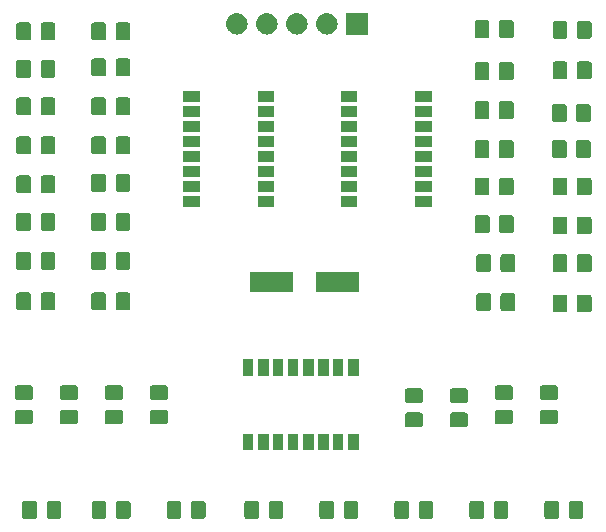
<source format=gbr>
G04 #@! TF.GenerationSoftware,KiCad,Pcbnew,(5.0.1-3-g963ef8bb5)*
G04 #@! TF.CreationDate,2018-12-19T16:23:04+08:00*
G04 #@! TF.ProjectId,24-LED-board,32342D4C45442D626F6172642E6B6963,1.0*
G04 #@! TF.SameCoordinates,Original*
G04 #@! TF.FileFunction,Soldermask,Top*
G04 #@! TF.FilePolarity,Negative*
%FSLAX46Y46*%
G04 Gerber Fmt 4.6, Leading zero omitted, Abs format (unit mm)*
G04 Created by KiCad (PCBNEW (5.0.1-3-g963ef8bb5)) date 2018 December 19, Wednesday 16:23:04*
%MOMM*%
%LPD*%
G01*
G04 APERTURE LIST*
%ADD10C,0.100000*%
G04 APERTURE END LIST*
D10*
G36*
X113248677Y-124983465D02*
X113286364Y-124994898D01*
X113321103Y-125013466D01*
X113351548Y-125038452D01*
X113376534Y-125068897D01*
X113395102Y-125103636D01*
X113406535Y-125141323D01*
X113411000Y-125186661D01*
X113411000Y-126273339D01*
X113406535Y-126318677D01*
X113395102Y-126356364D01*
X113376534Y-126391103D01*
X113351548Y-126421548D01*
X113321103Y-126446534D01*
X113286364Y-126465102D01*
X113248677Y-126476535D01*
X113203339Y-126481000D01*
X112366661Y-126481000D01*
X112321323Y-126476535D01*
X112283636Y-126465102D01*
X112248897Y-126446534D01*
X112218452Y-126421548D01*
X112193466Y-126391103D01*
X112174898Y-126356364D01*
X112163465Y-126318677D01*
X112159000Y-126273339D01*
X112159000Y-125186661D01*
X112163465Y-125141323D01*
X112174898Y-125103636D01*
X112193466Y-125068897D01*
X112218452Y-125038452D01*
X112248897Y-125013466D01*
X112283636Y-124994898D01*
X112321323Y-124983465D01*
X112366661Y-124979000D01*
X113203339Y-124979000D01*
X113248677Y-124983465D01*
X113248677Y-124983465D01*
G37*
G36*
X111198677Y-124983465D02*
X111236364Y-124994898D01*
X111271103Y-125013466D01*
X111301548Y-125038452D01*
X111326534Y-125068897D01*
X111345102Y-125103636D01*
X111356535Y-125141323D01*
X111361000Y-125186661D01*
X111361000Y-126273339D01*
X111356535Y-126318677D01*
X111345102Y-126356364D01*
X111326534Y-126391103D01*
X111301548Y-126421548D01*
X111271103Y-126446534D01*
X111236364Y-126465102D01*
X111198677Y-126476535D01*
X111153339Y-126481000D01*
X110316661Y-126481000D01*
X110271323Y-126476535D01*
X110233636Y-126465102D01*
X110198897Y-126446534D01*
X110168452Y-126421548D01*
X110143466Y-126391103D01*
X110124898Y-126356364D01*
X110113465Y-126318677D01*
X110109000Y-126273339D01*
X110109000Y-125186661D01*
X110113465Y-125141323D01*
X110124898Y-125103636D01*
X110143466Y-125068897D01*
X110168452Y-125038452D01*
X110198897Y-125013466D01*
X110233636Y-124994898D01*
X110271323Y-124983465D01*
X110316661Y-124979000D01*
X111153339Y-124979000D01*
X111198677Y-124983465D01*
X111198677Y-124983465D01*
G37*
G36*
X106898677Y-124983465D02*
X106936364Y-124994898D01*
X106971103Y-125013466D01*
X107001548Y-125038452D01*
X107026534Y-125068897D01*
X107045102Y-125103636D01*
X107056535Y-125141323D01*
X107061000Y-125186661D01*
X107061000Y-126273339D01*
X107056535Y-126318677D01*
X107045102Y-126356364D01*
X107026534Y-126391103D01*
X107001548Y-126421548D01*
X106971103Y-126446534D01*
X106936364Y-126465102D01*
X106898677Y-126476535D01*
X106853339Y-126481000D01*
X106016661Y-126481000D01*
X105971323Y-126476535D01*
X105933636Y-126465102D01*
X105898897Y-126446534D01*
X105868452Y-126421548D01*
X105843466Y-126391103D01*
X105824898Y-126356364D01*
X105813465Y-126318677D01*
X105809000Y-126273339D01*
X105809000Y-125186661D01*
X105813465Y-125141323D01*
X105824898Y-125103636D01*
X105843466Y-125068897D01*
X105868452Y-125038452D01*
X105898897Y-125013466D01*
X105933636Y-124994898D01*
X105971323Y-124983465D01*
X106016661Y-124979000D01*
X106853339Y-124979000D01*
X106898677Y-124983465D01*
X106898677Y-124983465D01*
G37*
G36*
X104848677Y-124983465D02*
X104886364Y-124994898D01*
X104921103Y-125013466D01*
X104951548Y-125038452D01*
X104976534Y-125068897D01*
X104995102Y-125103636D01*
X105006535Y-125141323D01*
X105011000Y-125186661D01*
X105011000Y-126273339D01*
X105006535Y-126318677D01*
X104995102Y-126356364D01*
X104976534Y-126391103D01*
X104951548Y-126421548D01*
X104921103Y-126446534D01*
X104886364Y-126465102D01*
X104848677Y-126476535D01*
X104803339Y-126481000D01*
X103966661Y-126481000D01*
X103921323Y-126476535D01*
X103883636Y-126465102D01*
X103848897Y-126446534D01*
X103818452Y-126421548D01*
X103793466Y-126391103D01*
X103774898Y-126356364D01*
X103763465Y-126318677D01*
X103759000Y-126273339D01*
X103759000Y-125186661D01*
X103763465Y-125141323D01*
X103774898Y-125103636D01*
X103793466Y-125068897D01*
X103818452Y-125038452D01*
X103848897Y-125013466D01*
X103883636Y-124994898D01*
X103921323Y-124983465D01*
X103966661Y-124979000D01*
X104803339Y-124979000D01*
X104848677Y-124983465D01*
X104848677Y-124983465D01*
G37*
G36*
X100548677Y-124983465D02*
X100586364Y-124994898D01*
X100621103Y-125013466D01*
X100651548Y-125038452D01*
X100676534Y-125068897D01*
X100695102Y-125103636D01*
X100706535Y-125141323D01*
X100711000Y-125186661D01*
X100711000Y-126273339D01*
X100706535Y-126318677D01*
X100695102Y-126356364D01*
X100676534Y-126391103D01*
X100651548Y-126421548D01*
X100621103Y-126446534D01*
X100586364Y-126465102D01*
X100548677Y-126476535D01*
X100503339Y-126481000D01*
X99666661Y-126481000D01*
X99621323Y-126476535D01*
X99583636Y-126465102D01*
X99548897Y-126446534D01*
X99518452Y-126421548D01*
X99493466Y-126391103D01*
X99474898Y-126356364D01*
X99463465Y-126318677D01*
X99459000Y-126273339D01*
X99459000Y-125186661D01*
X99463465Y-125141323D01*
X99474898Y-125103636D01*
X99493466Y-125068897D01*
X99518452Y-125038452D01*
X99548897Y-125013466D01*
X99583636Y-124994898D01*
X99621323Y-124983465D01*
X99666661Y-124979000D01*
X100503339Y-124979000D01*
X100548677Y-124983465D01*
X100548677Y-124983465D01*
G37*
G36*
X98498677Y-124983465D02*
X98536364Y-124994898D01*
X98571103Y-125013466D01*
X98601548Y-125038452D01*
X98626534Y-125068897D01*
X98645102Y-125103636D01*
X98656535Y-125141323D01*
X98661000Y-125186661D01*
X98661000Y-126273339D01*
X98656535Y-126318677D01*
X98645102Y-126356364D01*
X98626534Y-126391103D01*
X98601548Y-126421548D01*
X98571103Y-126446534D01*
X98536364Y-126465102D01*
X98498677Y-126476535D01*
X98453339Y-126481000D01*
X97616661Y-126481000D01*
X97571323Y-126476535D01*
X97533636Y-126465102D01*
X97498897Y-126446534D01*
X97468452Y-126421548D01*
X97443466Y-126391103D01*
X97424898Y-126356364D01*
X97413465Y-126318677D01*
X97409000Y-126273339D01*
X97409000Y-125186661D01*
X97413465Y-125141323D01*
X97424898Y-125103636D01*
X97443466Y-125068897D01*
X97468452Y-125038452D01*
X97498897Y-125013466D01*
X97533636Y-124994898D01*
X97571323Y-124983465D01*
X97616661Y-124979000D01*
X98453339Y-124979000D01*
X98498677Y-124983465D01*
X98498677Y-124983465D01*
G37*
G36*
X94198677Y-124983465D02*
X94236364Y-124994898D01*
X94271103Y-125013466D01*
X94301548Y-125038452D01*
X94326534Y-125068897D01*
X94345102Y-125103636D01*
X94356535Y-125141323D01*
X94361000Y-125186661D01*
X94361000Y-126273339D01*
X94356535Y-126318677D01*
X94345102Y-126356364D01*
X94326534Y-126391103D01*
X94301548Y-126421548D01*
X94271103Y-126446534D01*
X94236364Y-126465102D01*
X94198677Y-126476535D01*
X94153339Y-126481000D01*
X93316661Y-126481000D01*
X93271323Y-126476535D01*
X93233636Y-126465102D01*
X93198897Y-126446534D01*
X93168452Y-126421548D01*
X93143466Y-126391103D01*
X93124898Y-126356364D01*
X93113465Y-126318677D01*
X93109000Y-126273339D01*
X93109000Y-125186661D01*
X93113465Y-125141323D01*
X93124898Y-125103636D01*
X93143466Y-125068897D01*
X93168452Y-125038452D01*
X93198897Y-125013466D01*
X93233636Y-124994898D01*
X93271323Y-124983465D01*
X93316661Y-124979000D01*
X94153339Y-124979000D01*
X94198677Y-124983465D01*
X94198677Y-124983465D01*
G37*
G36*
X92148677Y-124983465D02*
X92186364Y-124994898D01*
X92221103Y-125013466D01*
X92251548Y-125038452D01*
X92276534Y-125068897D01*
X92295102Y-125103636D01*
X92306535Y-125141323D01*
X92311000Y-125186661D01*
X92311000Y-126273339D01*
X92306535Y-126318677D01*
X92295102Y-126356364D01*
X92276534Y-126391103D01*
X92251548Y-126421548D01*
X92221103Y-126446534D01*
X92186364Y-126465102D01*
X92148677Y-126476535D01*
X92103339Y-126481000D01*
X91266661Y-126481000D01*
X91221323Y-126476535D01*
X91183636Y-126465102D01*
X91148897Y-126446534D01*
X91118452Y-126421548D01*
X91093466Y-126391103D01*
X91074898Y-126356364D01*
X91063465Y-126318677D01*
X91059000Y-126273339D01*
X91059000Y-125186661D01*
X91063465Y-125141323D01*
X91074898Y-125103636D01*
X91093466Y-125068897D01*
X91118452Y-125038452D01*
X91148897Y-125013466D01*
X91183636Y-124994898D01*
X91221323Y-124983465D01*
X91266661Y-124979000D01*
X92103339Y-124979000D01*
X92148677Y-124983465D01*
X92148677Y-124983465D01*
G37*
G36*
X87848677Y-124983465D02*
X87886364Y-124994898D01*
X87921103Y-125013466D01*
X87951548Y-125038452D01*
X87976534Y-125068897D01*
X87995102Y-125103636D01*
X88006535Y-125141323D01*
X88011000Y-125186661D01*
X88011000Y-126273339D01*
X88006535Y-126318677D01*
X87995102Y-126356364D01*
X87976534Y-126391103D01*
X87951548Y-126421548D01*
X87921103Y-126446534D01*
X87886364Y-126465102D01*
X87848677Y-126476535D01*
X87803339Y-126481000D01*
X86966661Y-126481000D01*
X86921323Y-126476535D01*
X86883636Y-126465102D01*
X86848897Y-126446534D01*
X86818452Y-126421548D01*
X86793466Y-126391103D01*
X86774898Y-126356364D01*
X86763465Y-126318677D01*
X86759000Y-126273339D01*
X86759000Y-125186661D01*
X86763465Y-125141323D01*
X86774898Y-125103636D01*
X86793466Y-125068897D01*
X86818452Y-125038452D01*
X86848897Y-125013466D01*
X86883636Y-124994898D01*
X86921323Y-124983465D01*
X86966661Y-124979000D01*
X87803339Y-124979000D01*
X87848677Y-124983465D01*
X87848677Y-124983465D01*
G37*
G36*
X85798677Y-124983465D02*
X85836364Y-124994898D01*
X85871103Y-125013466D01*
X85901548Y-125038452D01*
X85926534Y-125068897D01*
X85945102Y-125103636D01*
X85956535Y-125141323D01*
X85961000Y-125186661D01*
X85961000Y-126273339D01*
X85956535Y-126318677D01*
X85945102Y-126356364D01*
X85926534Y-126391103D01*
X85901548Y-126421548D01*
X85871103Y-126446534D01*
X85836364Y-126465102D01*
X85798677Y-126476535D01*
X85753339Y-126481000D01*
X84916661Y-126481000D01*
X84871323Y-126476535D01*
X84833636Y-126465102D01*
X84798897Y-126446534D01*
X84768452Y-126421548D01*
X84743466Y-126391103D01*
X84724898Y-126356364D01*
X84713465Y-126318677D01*
X84709000Y-126273339D01*
X84709000Y-125186661D01*
X84713465Y-125141323D01*
X84724898Y-125103636D01*
X84743466Y-125068897D01*
X84768452Y-125038452D01*
X84798897Y-125013466D01*
X84833636Y-124994898D01*
X84871323Y-124983465D01*
X84916661Y-124979000D01*
X85753339Y-124979000D01*
X85798677Y-124983465D01*
X85798677Y-124983465D01*
G37*
G36*
X81253677Y-124983465D02*
X81291364Y-124994898D01*
X81326103Y-125013466D01*
X81356548Y-125038452D01*
X81381534Y-125068897D01*
X81400102Y-125103636D01*
X81411535Y-125141323D01*
X81416000Y-125186661D01*
X81416000Y-126273339D01*
X81411535Y-126318677D01*
X81400102Y-126356364D01*
X81381534Y-126391103D01*
X81356548Y-126421548D01*
X81326103Y-126446534D01*
X81291364Y-126465102D01*
X81253677Y-126476535D01*
X81208339Y-126481000D01*
X80371661Y-126481000D01*
X80326323Y-126476535D01*
X80288636Y-126465102D01*
X80253897Y-126446534D01*
X80223452Y-126421548D01*
X80198466Y-126391103D01*
X80179898Y-126356364D01*
X80168465Y-126318677D01*
X80164000Y-126273339D01*
X80164000Y-125186661D01*
X80168465Y-125141323D01*
X80179898Y-125103636D01*
X80198466Y-125068897D01*
X80223452Y-125038452D01*
X80253897Y-125013466D01*
X80288636Y-124994898D01*
X80326323Y-124983465D01*
X80371661Y-124979000D01*
X81208339Y-124979000D01*
X81253677Y-124983465D01*
X81253677Y-124983465D01*
G37*
G36*
X79203677Y-124983465D02*
X79241364Y-124994898D01*
X79276103Y-125013466D01*
X79306548Y-125038452D01*
X79331534Y-125068897D01*
X79350102Y-125103636D01*
X79361535Y-125141323D01*
X79366000Y-125186661D01*
X79366000Y-126273339D01*
X79361535Y-126318677D01*
X79350102Y-126356364D01*
X79331534Y-126391103D01*
X79306548Y-126421548D01*
X79276103Y-126446534D01*
X79241364Y-126465102D01*
X79203677Y-126476535D01*
X79158339Y-126481000D01*
X78321661Y-126481000D01*
X78276323Y-126476535D01*
X78238636Y-126465102D01*
X78203897Y-126446534D01*
X78173452Y-126421548D01*
X78148466Y-126391103D01*
X78129898Y-126356364D01*
X78118465Y-126318677D01*
X78114000Y-126273339D01*
X78114000Y-125186661D01*
X78118465Y-125141323D01*
X78129898Y-125103636D01*
X78148466Y-125068897D01*
X78173452Y-125038452D01*
X78203897Y-125013466D01*
X78238636Y-124994898D01*
X78276323Y-124983465D01*
X78321661Y-124979000D01*
X79158339Y-124979000D01*
X79203677Y-124983465D01*
X79203677Y-124983465D01*
G37*
G36*
X74903677Y-124983465D02*
X74941364Y-124994898D01*
X74976103Y-125013466D01*
X75006548Y-125038452D01*
X75031534Y-125068897D01*
X75050102Y-125103636D01*
X75061535Y-125141323D01*
X75066000Y-125186661D01*
X75066000Y-126273339D01*
X75061535Y-126318677D01*
X75050102Y-126356364D01*
X75031534Y-126391103D01*
X75006548Y-126421548D01*
X74976103Y-126446534D01*
X74941364Y-126465102D01*
X74903677Y-126476535D01*
X74858339Y-126481000D01*
X74021661Y-126481000D01*
X73976323Y-126476535D01*
X73938636Y-126465102D01*
X73903897Y-126446534D01*
X73873452Y-126421548D01*
X73848466Y-126391103D01*
X73829898Y-126356364D01*
X73818465Y-126318677D01*
X73814000Y-126273339D01*
X73814000Y-125186661D01*
X73818465Y-125141323D01*
X73829898Y-125103636D01*
X73848466Y-125068897D01*
X73873452Y-125038452D01*
X73903897Y-125013466D01*
X73938636Y-124994898D01*
X73976323Y-124983465D01*
X74021661Y-124979000D01*
X74858339Y-124979000D01*
X74903677Y-124983465D01*
X74903677Y-124983465D01*
G37*
G36*
X72853677Y-124983465D02*
X72891364Y-124994898D01*
X72926103Y-125013466D01*
X72956548Y-125038452D01*
X72981534Y-125068897D01*
X73000102Y-125103636D01*
X73011535Y-125141323D01*
X73016000Y-125186661D01*
X73016000Y-126273339D01*
X73011535Y-126318677D01*
X73000102Y-126356364D01*
X72981534Y-126391103D01*
X72956548Y-126421548D01*
X72926103Y-126446534D01*
X72891364Y-126465102D01*
X72853677Y-126476535D01*
X72808339Y-126481000D01*
X71971661Y-126481000D01*
X71926323Y-126476535D01*
X71888636Y-126465102D01*
X71853897Y-126446534D01*
X71823452Y-126421548D01*
X71798466Y-126391103D01*
X71779898Y-126356364D01*
X71768465Y-126318677D01*
X71764000Y-126273339D01*
X71764000Y-125186661D01*
X71768465Y-125141323D01*
X71779898Y-125103636D01*
X71798466Y-125068897D01*
X71823452Y-125038452D01*
X71853897Y-125013466D01*
X71888636Y-124994898D01*
X71926323Y-124983465D01*
X71971661Y-124979000D01*
X72808339Y-124979000D01*
X72853677Y-124983465D01*
X72853677Y-124983465D01*
G37*
G36*
X69043677Y-124983465D02*
X69081364Y-124994898D01*
X69116103Y-125013466D01*
X69146548Y-125038452D01*
X69171534Y-125068897D01*
X69190102Y-125103636D01*
X69201535Y-125141323D01*
X69206000Y-125186661D01*
X69206000Y-126273339D01*
X69201535Y-126318677D01*
X69190102Y-126356364D01*
X69171534Y-126391103D01*
X69146548Y-126421548D01*
X69116103Y-126446534D01*
X69081364Y-126465102D01*
X69043677Y-126476535D01*
X68998339Y-126481000D01*
X68161661Y-126481000D01*
X68116323Y-126476535D01*
X68078636Y-126465102D01*
X68043897Y-126446534D01*
X68013452Y-126421548D01*
X67988466Y-126391103D01*
X67969898Y-126356364D01*
X67958465Y-126318677D01*
X67954000Y-126273339D01*
X67954000Y-125186661D01*
X67958465Y-125141323D01*
X67969898Y-125103636D01*
X67988466Y-125068897D01*
X68013452Y-125038452D01*
X68043897Y-125013466D01*
X68078636Y-124994898D01*
X68116323Y-124983465D01*
X68161661Y-124979000D01*
X68998339Y-124979000D01*
X69043677Y-124983465D01*
X69043677Y-124983465D01*
G37*
G36*
X66993677Y-124983465D02*
X67031364Y-124994898D01*
X67066103Y-125013466D01*
X67096548Y-125038452D01*
X67121534Y-125068897D01*
X67140102Y-125103636D01*
X67151535Y-125141323D01*
X67156000Y-125186661D01*
X67156000Y-126273339D01*
X67151535Y-126318677D01*
X67140102Y-126356364D01*
X67121534Y-126391103D01*
X67096548Y-126421548D01*
X67066103Y-126446534D01*
X67031364Y-126465102D01*
X66993677Y-126476535D01*
X66948339Y-126481000D01*
X66111661Y-126481000D01*
X66066323Y-126476535D01*
X66028636Y-126465102D01*
X65993897Y-126446534D01*
X65963452Y-126421548D01*
X65938466Y-126391103D01*
X65919898Y-126356364D01*
X65908465Y-126318677D01*
X65904000Y-126273339D01*
X65904000Y-125186661D01*
X65908465Y-125141323D01*
X65919898Y-125103636D01*
X65938466Y-125068897D01*
X65963452Y-125038452D01*
X65993897Y-125013466D01*
X66028636Y-124994898D01*
X66066323Y-124983465D01*
X66111661Y-124979000D01*
X66948339Y-124979000D01*
X66993677Y-124983465D01*
X66993677Y-124983465D01*
G37*
G36*
X94372500Y-120691000D02*
X93470500Y-120691000D01*
X93470500Y-119289000D01*
X94372500Y-119289000D01*
X94372500Y-120691000D01*
X94372500Y-120691000D01*
G37*
G36*
X93092500Y-120691000D02*
X92190500Y-120691000D01*
X92190500Y-119289000D01*
X93092500Y-119289000D01*
X93092500Y-120691000D01*
X93092500Y-120691000D01*
G37*
G36*
X91832500Y-120691000D02*
X90930500Y-120691000D01*
X90930500Y-119289000D01*
X91832500Y-119289000D01*
X91832500Y-120691000D01*
X91832500Y-120691000D01*
G37*
G36*
X90562500Y-120691000D02*
X89660500Y-120691000D01*
X89660500Y-119289000D01*
X90562500Y-119289000D01*
X90562500Y-120691000D01*
X90562500Y-120691000D01*
G37*
G36*
X89282500Y-120691000D02*
X88380500Y-120691000D01*
X88380500Y-119289000D01*
X89282500Y-119289000D01*
X89282500Y-120691000D01*
X89282500Y-120691000D01*
G37*
G36*
X88012500Y-120691000D02*
X87110500Y-120691000D01*
X87110500Y-119289000D01*
X88012500Y-119289000D01*
X88012500Y-120691000D01*
X88012500Y-120691000D01*
G37*
G36*
X86752500Y-120691000D02*
X85850500Y-120691000D01*
X85850500Y-119289000D01*
X86752500Y-119289000D01*
X86752500Y-120691000D01*
X86752500Y-120691000D01*
G37*
G36*
X85472500Y-120691000D02*
X84570500Y-120691000D01*
X84570500Y-119289000D01*
X85472500Y-119289000D01*
X85472500Y-120691000D01*
X85472500Y-120691000D01*
G37*
G36*
X103458677Y-117488465D02*
X103496364Y-117499898D01*
X103531103Y-117518466D01*
X103561548Y-117543452D01*
X103586534Y-117573897D01*
X103605102Y-117608636D01*
X103616535Y-117646323D01*
X103621000Y-117691661D01*
X103621000Y-118528339D01*
X103616535Y-118573677D01*
X103605102Y-118611364D01*
X103586534Y-118646103D01*
X103561548Y-118676548D01*
X103531103Y-118701534D01*
X103496364Y-118720102D01*
X103458677Y-118731535D01*
X103413339Y-118736000D01*
X102326661Y-118736000D01*
X102281323Y-118731535D01*
X102243636Y-118720102D01*
X102208897Y-118701534D01*
X102178452Y-118676548D01*
X102153466Y-118646103D01*
X102134898Y-118611364D01*
X102123465Y-118573677D01*
X102119000Y-118528339D01*
X102119000Y-117691661D01*
X102123465Y-117646323D01*
X102134898Y-117608636D01*
X102153466Y-117573897D01*
X102178452Y-117543452D01*
X102208897Y-117518466D01*
X102243636Y-117499898D01*
X102281323Y-117488465D01*
X102326661Y-117484000D01*
X103413339Y-117484000D01*
X103458677Y-117488465D01*
X103458677Y-117488465D01*
G37*
G36*
X99648677Y-117488465D02*
X99686364Y-117499898D01*
X99721103Y-117518466D01*
X99751548Y-117543452D01*
X99776534Y-117573897D01*
X99795102Y-117608636D01*
X99806535Y-117646323D01*
X99811000Y-117691661D01*
X99811000Y-118528339D01*
X99806535Y-118573677D01*
X99795102Y-118611364D01*
X99776534Y-118646103D01*
X99751548Y-118676548D01*
X99721103Y-118701534D01*
X99686364Y-118720102D01*
X99648677Y-118731535D01*
X99603339Y-118736000D01*
X98516661Y-118736000D01*
X98471323Y-118731535D01*
X98433636Y-118720102D01*
X98398897Y-118701534D01*
X98368452Y-118676548D01*
X98343466Y-118646103D01*
X98324898Y-118611364D01*
X98313465Y-118573677D01*
X98309000Y-118528339D01*
X98309000Y-117691661D01*
X98313465Y-117646323D01*
X98324898Y-117608636D01*
X98343466Y-117573897D01*
X98368452Y-117543452D01*
X98398897Y-117518466D01*
X98433636Y-117499898D01*
X98471323Y-117488465D01*
X98516661Y-117484000D01*
X99603339Y-117484000D01*
X99648677Y-117488465D01*
X99648677Y-117488465D01*
G37*
G36*
X107268677Y-117243465D02*
X107306364Y-117254898D01*
X107341103Y-117273466D01*
X107371548Y-117298452D01*
X107396534Y-117328897D01*
X107415102Y-117363636D01*
X107426535Y-117401323D01*
X107431000Y-117446661D01*
X107431000Y-118283339D01*
X107426535Y-118328677D01*
X107415102Y-118366364D01*
X107396534Y-118401103D01*
X107371548Y-118431548D01*
X107341103Y-118456534D01*
X107306364Y-118475102D01*
X107268677Y-118486535D01*
X107223339Y-118491000D01*
X106136661Y-118491000D01*
X106091323Y-118486535D01*
X106053636Y-118475102D01*
X106018897Y-118456534D01*
X105988452Y-118431548D01*
X105963466Y-118401103D01*
X105944898Y-118366364D01*
X105933465Y-118328677D01*
X105929000Y-118283339D01*
X105929000Y-117446661D01*
X105933465Y-117401323D01*
X105944898Y-117363636D01*
X105963466Y-117328897D01*
X105988452Y-117298452D01*
X106018897Y-117273466D01*
X106053636Y-117254898D01*
X106091323Y-117243465D01*
X106136661Y-117239000D01*
X107223339Y-117239000D01*
X107268677Y-117243465D01*
X107268677Y-117243465D01*
G37*
G36*
X78058677Y-117243465D02*
X78096364Y-117254898D01*
X78131103Y-117273466D01*
X78161548Y-117298452D01*
X78186534Y-117328897D01*
X78205102Y-117363636D01*
X78216535Y-117401323D01*
X78221000Y-117446661D01*
X78221000Y-118283339D01*
X78216535Y-118328677D01*
X78205102Y-118366364D01*
X78186534Y-118401103D01*
X78161548Y-118431548D01*
X78131103Y-118456534D01*
X78096364Y-118475102D01*
X78058677Y-118486535D01*
X78013339Y-118491000D01*
X76926661Y-118491000D01*
X76881323Y-118486535D01*
X76843636Y-118475102D01*
X76808897Y-118456534D01*
X76778452Y-118431548D01*
X76753466Y-118401103D01*
X76734898Y-118366364D01*
X76723465Y-118328677D01*
X76719000Y-118283339D01*
X76719000Y-117446661D01*
X76723465Y-117401323D01*
X76734898Y-117363636D01*
X76753466Y-117328897D01*
X76778452Y-117298452D01*
X76808897Y-117273466D01*
X76843636Y-117254898D01*
X76881323Y-117243465D01*
X76926661Y-117239000D01*
X78013339Y-117239000D01*
X78058677Y-117243465D01*
X78058677Y-117243465D01*
G37*
G36*
X74248677Y-117243465D02*
X74286364Y-117254898D01*
X74321103Y-117273466D01*
X74351548Y-117298452D01*
X74376534Y-117328897D01*
X74395102Y-117363636D01*
X74406535Y-117401323D01*
X74411000Y-117446661D01*
X74411000Y-118283339D01*
X74406535Y-118328677D01*
X74395102Y-118366364D01*
X74376534Y-118401103D01*
X74351548Y-118431548D01*
X74321103Y-118456534D01*
X74286364Y-118475102D01*
X74248677Y-118486535D01*
X74203339Y-118491000D01*
X73116661Y-118491000D01*
X73071323Y-118486535D01*
X73033636Y-118475102D01*
X72998897Y-118456534D01*
X72968452Y-118431548D01*
X72943466Y-118401103D01*
X72924898Y-118366364D01*
X72913465Y-118328677D01*
X72909000Y-118283339D01*
X72909000Y-117446661D01*
X72913465Y-117401323D01*
X72924898Y-117363636D01*
X72943466Y-117328897D01*
X72968452Y-117298452D01*
X72998897Y-117273466D01*
X73033636Y-117254898D01*
X73071323Y-117243465D01*
X73116661Y-117239000D01*
X74203339Y-117239000D01*
X74248677Y-117243465D01*
X74248677Y-117243465D01*
G37*
G36*
X70438677Y-117243465D02*
X70476364Y-117254898D01*
X70511103Y-117273466D01*
X70541548Y-117298452D01*
X70566534Y-117328897D01*
X70585102Y-117363636D01*
X70596535Y-117401323D01*
X70601000Y-117446661D01*
X70601000Y-118283339D01*
X70596535Y-118328677D01*
X70585102Y-118366364D01*
X70566534Y-118401103D01*
X70541548Y-118431548D01*
X70511103Y-118456534D01*
X70476364Y-118475102D01*
X70438677Y-118486535D01*
X70393339Y-118491000D01*
X69306661Y-118491000D01*
X69261323Y-118486535D01*
X69223636Y-118475102D01*
X69188897Y-118456534D01*
X69158452Y-118431548D01*
X69133466Y-118401103D01*
X69114898Y-118366364D01*
X69103465Y-118328677D01*
X69099000Y-118283339D01*
X69099000Y-117446661D01*
X69103465Y-117401323D01*
X69114898Y-117363636D01*
X69133466Y-117328897D01*
X69158452Y-117298452D01*
X69188897Y-117273466D01*
X69223636Y-117254898D01*
X69261323Y-117243465D01*
X69306661Y-117239000D01*
X70393339Y-117239000D01*
X70438677Y-117243465D01*
X70438677Y-117243465D01*
G37*
G36*
X66628677Y-117243465D02*
X66666364Y-117254898D01*
X66701103Y-117273466D01*
X66731548Y-117298452D01*
X66756534Y-117328897D01*
X66775102Y-117363636D01*
X66786535Y-117401323D01*
X66791000Y-117446661D01*
X66791000Y-118283339D01*
X66786535Y-118328677D01*
X66775102Y-118366364D01*
X66756534Y-118401103D01*
X66731548Y-118431548D01*
X66701103Y-118456534D01*
X66666364Y-118475102D01*
X66628677Y-118486535D01*
X66583339Y-118491000D01*
X65496661Y-118491000D01*
X65451323Y-118486535D01*
X65413636Y-118475102D01*
X65378897Y-118456534D01*
X65348452Y-118431548D01*
X65323466Y-118401103D01*
X65304898Y-118366364D01*
X65293465Y-118328677D01*
X65289000Y-118283339D01*
X65289000Y-117446661D01*
X65293465Y-117401323D01*
X65304898Y-117363636D01*
X65323466Y-117328897D01*
X65348452Y-117298452D01*
X65378897Y-117273466D01*
X65413636Y-117254898D01*
X65451323Y-117243465D01*
X65496661Y-117239000D01*
X66583339Y-117239000D01*
X66628677Y-117243465D01*
X66628677Y-117243465D01*
G37*
G36*
X111078677Y-117243465D02*
X111116364Y-117254898D01*
X111151103Y-117273466D01*
X111181548Y-117298452D01*
X111206534Y-117328897D01*
X111225102Y-117363636D01*
X111236535Y-117401323D01*
X111241000Y-117446661D01*
X111241000Y-118283339D01*
X111236535Y-118328677D01*
X111225102Y-118366364D01*
X111206534Y-118401103D01*
X111181548Y-118431548D01*
X111151103Y-118456534D01*
X111116364Y-118475102D01*
X111078677Y-118486535D01*
X111033339Y-118491000D01*
X109946661Y-118491000D01*
X109901323Y-118486535D01*
X109863636Y-118475102D01*
X109828897Y-118456534D01*
X109798452Y-118431548D01*
X109773466Y-118401103D01*
X109754898Y-118366364D01*
X109743465Y-118328677D01*
X109739000Y-118283339D01*
X109739000Y-117446661D01*
X109743465Y-117401323D01*
X109754898Y-117363636D01*
X109773466Y-117328897D01*
X109798452Y-117298452D01*
X109828897Y-117273466D01*
X109863636Y-117254898D01*
X109901323Y-117243465D01*
X109946661Y-117239000D01*
X111033339Y-117239000D01*
X111078677Y-117243465D01*
X111078677Y-117243465D01*
G37*
G36*
X103458677Y-115438465D02*
X103496364Y-115449898D01*
X103531103Y-115468466D01*
X103561548Y-115493452D01*
X103586534Y-115523897D01*
X103605102Y-115558636D01*
X103616535Y-115596323D01*
X103621000Y-115641661D01*
X103621000Y-116478339D01*
X103616535Y-116523677D01*
X103605102Y-116561364D01*
X103586534Y-116596103D01*
X103561548Y-116626548D01*
X103531103Y-116651534D01*
X103496364Y-116670102D01*
X103458677Y-116681535D01*
X103413339Y-116686000D01*
X102326661Y-116686000D01*
X102281323Y-116681535D01*
X102243636Y-116670102D01*
X102208897Y-116651534D01*
X102178452Y-116626548D01*
X102153466Y-116596103D01*
X102134898Y-116561364D01*
X102123465Y-116523677D01*
X102119000Y-116478339D01*
X102119000Y-115641661D01*
X102123465Y-115596323D01*
X102134898Y-115558636D01*
X102153466Y-115523897D01*
X102178452Y-115493452D01*
X102208897Y-115468466D01*
X102243636Y-115449898D01*
X102281323Y-115438465D01*
X102326661Y-115434000D01*
X103413339Y-115434000D01*
X103458677Y-115438465D01*
X103458677Y-115438465D01*
G37*
G36*
X99648677Y-115438465D02*
X99686364Y-115449898D01*
X99721103Y-115468466D01*
X99751548Y-115493452D01*
X99776534Y-115523897D01*
X99795102Y-115558636D01*
X99806535Y-115596323D01*
X99811000Y-115641661D01*
X99811000Y-116478339D01*
X99806535Y-116523677D01*
X99795102Y-116561364D01*
X99776534Y-116596103D01*
X99751548Y-116626548D01*
X99721103Y-116651534D01*
X99686364Y-116670102D01*
X99648677Y-116681535D01*
X99603339Y-116686000D01*
X98516661Y-116686000D01*
X98471323Y-116681535D01*
X98433636Y-116670102D01*
X98398897Y-116651534D01*
X98368452Y-116626548D01*
X98343466Y-116596103D01*
X98324898Y-116561364D01*
X98313465Y-116523677D01*
X98309000Y-116478339D01*
X98309000Y-115641661D01*
X98313465Y-115596323D01*
X98324898Y-115558636D01*
X98343466Y-115523897D01*
X98368452Y-115493452D01*
X98398897Y-115468466D01*
X98433636Y-115449898D01*
X98471323Y-115438465D01*
X98516661Y-115434000D01*
X99603339Y-115434000D01*
X99648677Y-115438465D01*
X99648677Y-115438465D01*
G37*
G36*
X107268677Y-115193465D02*
X107306364Y-115204898D01*
X107341103Y-115223466D01*
X107371548Y-115248452D01*
X107396534Y-115278897D01*
X107415102Y-115313636D01*
X107426535Y-115351323D01*
X107431000Y-115396661D01*
X107431000Y-116233339D01*
X107426535Y-116278677D01*
X107415102Y-116316364D01*
X107396534Y-116351103D01*
X107371548Y-116381548D01*
X107341103Y-116406534D01*
X107306364Y-116425102D01*
X107268677Y-116436535D01*
X107223339Y-116441000D01*
X106136661Y-116441000D01*
X106091323Y-116436535D01*
X106053636Y-116425102D01*
X106018897Y-116406534D01*
X105988452Y-116381548D01*
X105963466Y-116351103D01*
X105944898Y-116316364D01*
X105933465Y-116278677D01*
X105929000Y-116233339D01*
X105929000Y-115396661D01*
X105933465Y-115351323D01*
X105944898Y-115313636D01*
X105963466Y-115278897D01*
X105988452Y-115248452D01*
X106018897Y-115223466D01*
X106053636Y-115204898D01*
X106091323Y-115193465D01*
X106136661Y-115189000D01*
X107223339Y-115189000D01*
X107268677Y-115193465D01*
X107268677Y-115193465D01*
G37*
G36*
X78058677Y-115193465D02*
X78096364Y-115204898D01*
X78131103Y-115223466D01*
X78161548Y-115248452D01*
X78186534Y-115278897D01*
X78205102Y-115313636D01*
X78216535Y-115351323D01*
X78221000Y-115396661D01*
X78221000Y-116233339D01*
X78216535Y-116278677D01*
X78205102Y-116316364D01*
X78186534Y-116351103D01*
X78161548Y-116381548D01*
X78131103Y-116406534D01*
X78096364Y-116425102D01*
X78058677Y-116436535D01*
X78013339Y-116441000D01*
X76926661Y-116441000D01*
X76881323Y-116436535D01*
X76843636Y-116425102D01*
X76808897Y-116406534D01*
X76778452Y-116381548D01*
X76753466Y-116351103D01*
X76734898Y-116316364D01*
X76723465Y-116278677D01*
X76719000Y-116233339D01*
X76719000Y-115396661D01*
X76723465Y-115351323D01*
X76734898Y-115313636D01*
X76753466Y-115278897D01*
X76778452Y-115248452D01*
X76808897Y-115223466D01*
X76843636Y-115204898D01*
X76881323Y-115193465D01*
X76926661Y-115189000D01*
X78013339Y-115189000D01*
X78058677Y-115193465D01*
X78058677Y-115193465D01*
G37*
G36*
X74248677Y-115193465D02*
X74286364Y-115204898D01*
X74321103Y-115223466D01*
X74351548Y-115248452D01*
X74376534Y-115278897D01*
X74395102Y-115313636D01*
X74406535Y-115351323D01*
X74411000Y-115396661D01*
X74411000Y-116233339D01*
X74406535Y-116278677D01*
X74395102Y-116316364D01*
X74376534Y-116351103D01*
X74351548Y-116381548D01*
X74321103Y-116406534D01*
X74286364Y-116425102D01*
X74248677Y-116436535D01*
X74203339Y-116441000D01*
X73116661Y-116441000D01*
X73071323Y-116436535D01*
X73033636Y-116425102D01*
X72998897Y-116406534D01*
X72968452Y-116381548D01*
X72943466Y-116351103D01*
X72924898Y-116316364D01*
X72913465Y-116278677D01*
X72909000Y-116233339D01*
X72909000Y-115396661D01*
X72913465Y-115351323D01*
X72924898Y-115313636D01*
X72943466Y-115278897D01*
X72968452Y-115248452D01*
X72998897Y-115223466D01*
X73033636Y-115204898D01*
X73071323Y-115193465D01*
X73116661Y-115189000D01*
X74203339Y-115189000D01*
X74248677Y-115193465D01*
X74248677Y-115193465D01*
G37*
G36*
X70438677Y-115193465D02*
X70476364Y-115204898D01*
X70511103Y-115223466D01*
X70541548Y-115248452D01*
X70566534Y-115278897D01*
X70585102Y-115313636D01*
X70596535Y-115351323D01*
X70601000Y-115396661D01*
X70601000Y-116233339D01*
X70596535Y-116278677D01*
X70585102Y-116316364D01*
X70566534Y-116351103D01*
X70541548Y-116381548D01*
X70511103Y-116406534D01*
X70476364Y-116425102D01*
X70438677Y-116436535D01*
X70393339Y-116441000D01*
X69306661Y-116441000D01*
X69261323Y-116436535D01*
X69223636Y-116425102D01*
X69188897Y-116406534D01*
X69158452Y-116381548D01*
X69133466Y-116351103D01*
X69114898Y-116316364D01*
X69103465Y-116278677D01*
X69099000Y-116233339D01*
X69099000Y-115396661D01*
X69103465Y-115351323D01*
X69114898Y-115313636D01*
X69133466Y-115278897D01*
X69158452Y-115248452D01*
X69188897Y-115223466D01*
X69223636Y-115204898D01*
X69261323Y-115193465D01*
X69306661Y-115189000D01*
X70393339Y-115189000D01*
X70438677Y-115193465D01*
X70438677Y-115193465D01*
G37*
G36*
X66628677Y-115193465D02*
X66666364Y-115204898D01*
X66701103Y-115223466D01*
X66731548Y-115248452D01*
X66756534Y-115278897D01*
X66775102Y-115313636D01*
X66786535Y-115351323D01*
X66791000Y-115396661D01*
X66791000Y-116233339D01*
X66786535Y-116278677D01*
X66775102Y-116316364D01*
X66756534Y-116351103D01*
X66731548Y-116381548D01*
X66701103Y-116406534D01*
X66666364Y-116425102D01*
X66628677Y-116436535D01*
X66583339Y-116441000D01*
X65496661Y-116441000D01*
X65451323Y-116436535D01*
X65413636Y-116425102D01*
X65378897Y-116406534D01*
X65348452Y-116381548D01*
X65323466Y-116351103D01*
X65304898Y-116316364D01*
X65293465Y-116278677D01*
X65289000Y-116233339D01*
X65289000Y-115396661D01*
X65293465Y-115351323D01*
X65304898Y-115313636D01*
X65323466Y-115278897D01*
X65348452Y-115248452D01*
X65378897Y-115223466D01*
X65413636Y-115204898D01*
X65451323Y-115193465D01*
X65496661Y-115189000D01*
X66583339Y-115189000D01*
X66628677Y-115193465D01*
X66628677Y-115193465D01*
G37*
G36*
X111078677Y-115193465D02*
X111116364Y-115204898D01*
X111151103Y-115223466D01*
X111181548Y-115248452D01*
X111206534Y-115278897D01*
X111225102Y-115313636D01*
X111236535Y-115351323D01*
X111241000Y-115396661D01*
X111241000Y-116233339D01*
X111236535Y-116278677D01*
X111225102Y-116316364D01*
X111206534Y-116351103D01*
X111181548Y-116381548D01*
X111151103Y-116406534D01*
X111116364Y-116425102D01*
X111078677Y-116436535D01*
X111033339Y-116441000D01*
X109946661Y-116441000D01*
X109901323Y-116436535D01*
X109863636Y-116425102D01*
X109828897Y-116406534D01*
X109798452Y-116381548D01*
X109773466Y-116351103D01*
X109754898Y-116316364D01*
X109743465Y-116278677D01*
X109739000Y-116233339D01*
X109739000Y-115396661D01*
X109743465Y-115351323D01*
X109754898Y-115313636D01*
X109773466Y-115278897D01*
X109798452Y-115248452D01*
X109828897Y-115223466D01*
X109863636Y-115204898D01*
X109901323Y-115193465D01*
X109946661Y-115189000D01*
X111033339Y-115189000D01*
X111078677Y-115193465D01*
X111078677Y-115193465D01*
G37*
G36*
X85472500Y-114391000D02*
X84570500Y-114391000D01*
X84570500Y-112989000D01*
X85472500Y-112989000D01*
X85472500Y-114391000D01*
X85472500Y-114391000D01*
G37*
G36*
X86752500Y-114391000D02*
X85850500Y-114391000D01*
X85850500Y-112989000D01*
X86752500Y-112989000D01*
X86752500Y-114391000D01*
X86752500Y-114391000D01*
G37*
G36*
X88012500Y-114391000D02*
X87110500Y-114391000D01*
X87110500Y-112989000D01*
X88012500Y-112989000D01*
X88012500Y-114391000D01*
X88012500Y-114391000D01*
G37*
G36*
X89282500Y-114391000D02*
X88380500Y-114391000D01*
X88380500Y-112989000D01*
X89282500Y-112989000D01*
X89282500Y-114391000D01*
X89282500Y-114391000D01*
G37*
G36*
X90562500Y-114391000D02*
X89660500Y-114391000D01*
X89660500Y-112989000D01*
X90562500Y-112989000D01*
X90562500Y-114391000D01*
X90562500Y-114391000D01*
G37*
G36*
X91832500Y-114391000D02*
X90930500Y-114391000D01*
X90930500Y-112989000D01*
X91832500Y-112989000D01*
X91832500Y-114391000D01*
X91832500Y-114391000D01*
G37*
G36*
X93092500Y-114391000D02*
X92190500Y-114391000D01*
X92190500Y-112989000D01*
X93092500Y-112989000D01*
X93092500Y-114391000D01*
X93092500Y-114391000D01*
G37*
G36*
X94372500Y-114391000D02*
X93470500Y-114391000D01*
X93470500Y-112989000D01*
X94372500Y-112989000D01*
X94372500Y-114391000D01*
X94372500Y-114391000D01*
G37*
G36*
X113938177Y-107520965D02*
X113975864Y-107532398D01*
X114010603Y-107550966D01*
X114041048Y-107575952D01*
X114066034Y-107606397D01*
X114084602Y-107641136D01*
X114096035Y-107678823D01*
X114100500Y-107724161D01*
X114100500Y-108810839D01*
X114096035Y-108856177D01*
X114084602Y-108893864D01*
X114066034Y-108928603D01*
X114041048Y-108959048D01*
X114010603Y-108984034D01*
X113975864Y-109002602D01*
X113938177Y-109014035D01*
X113892839Y-109018500D01*
X113056161Y-109018500D01*
X113010823Y-109014035D01*
X112973136Y-109002602D01*
X112938397Y-108984034D01*
X112907952Y-108959048D01*
X112882966Y-108928603D01*
X112864398Y-108893864D01*
X112852965Y-108856177D01*
X112848500Y-108810839D01*
X112848500Y-107724161D01*
X112852965Y-107678823D01*
X112864398Y-107641136D01*
X112882966Y-107606397D01*
X112907952Y-107575952D01*
X112938397Y-107550966D01*
X112973136Y-107532398D01*
X113010823Y-107520965D01*
X113056161Y-107516500D01*
X113892839Y-107516500D01*
X113938177Y-107520965D01*
X113938177Y-107520965D01*
G37*
G36*
X111888177Y-107520965D02*
X111925864Y-107532398D01*
X111960603Y-107550966D01*
X111991048Y-107575952D01*
X112016034Y-107606397D01*
X112034602Y-107641136D01*
X112046035Y-107678823D01*
X112050500Y-107724161D01*
X112050500Y-108810839D01*
X112046035Y-108856177D01*
X112034602Y-108893864D01*
X112016034Y-108928603D01*
X111991048Y-108959048D01*
X111960603Y-108984034D01*
X111925864Y-109002602D01*
X111888177Y-109014035D01*
X111842839Y-109018500D01*
X111006161Y-109018500D01*
X110960823Y-109014035D01*
X110923136Y-109002602D01*
X110888397Y-108984034D01*
X110857952Y-108959048D01*
X110832966Y-108928603D01*
X110814398Y-108893864D01*
X110802965Y-108856177D01*
X110798500Y-108810839D01*
X110798500Y-107724161D01*
X110802965Y-107678823D01*
X110814398Y-107641136D01*
X110832966Y-107606397D01*
X110857952Y-107575952D01*
X110888397Y-107550966D01*
X110923136Y-107532398D01*
X110960823Y-107520965D01*
X111006161Y-107516500D01*
X111842839Y-107516500D01*
X111888177Y-107520965D01*
X111888177Y-107520965D01*
G37*
G36*
X107479177Y-107393965D02*
X107516864Y-107405398D01*
X107551603Y-107423966D01*
X107582048Y-107448952D01*
X107607034Y-107479397D01*
X107625602Y-107514136D01*
X107637035Y-107551823D01*
X107641500Y-107597161D01*
X107641500Y-108683839D01*
X107637035Y-108729177D01*
X107625602Y-108766864D01*
X107607034Y-108801603D01*
X107582048Y-108832048D01*
X107551603Y-108857034D01*
X107516864Y-108875602D01*
X107479177Y-108887035D01*
X107433839Y-108891500D01*
X106597161Y-108891500D01*
X106551823Y-108887035D01*
X106514136Y-108875602D01*
X106479397Y-108857034D01*
X106448952Y-108832048D01*
X106423966Y-108801603D01*
X106405398Y-108766864D01*
X106393965Y-108729177D01*
X106389500Y-108683839D01*
X106389500Y-107597161D01*
X106393965Y-107551823D01*
X106405398Y-107514136D01*
X106423966Y-107479397D01*
X106448952Y-107448952D01*
X106479397Y-107423966D01*
X106514136Y-107405398D01*
X106551823Y-107393965D01*
X106597161Y-107389500D01*
X107433839Y-107389500D01*
X107479177Y-107393965D01*
X107479177Y-107393965D01*
G37*
G36*
X105429177Y-107393965D02*
X105466864Y-107405398D01*
X105501603Y-107423966D01*
X105532048Y-107448952D01*
X105557034Y-107479397D01*
X105575602Y-107514136D01*
X105587035Y-107551823D01*
X105591500Y-107597161D01*
X105591500Y-108683839D01*
X105587035Y-108729177D01*
X105575602Y-108766864D01*
X105557034Y-108801603D01*
X105532048Y-108832048D01*
X105501603Y-108857034D01*
X105466864Y-108875602D01*
X105429177Y-108887035D01*
X105383839Y-108891500D01*
X104547161Y-108891500D01*
X104501823Y-108887035D01*
X104464136Y-108875602D01*
X104429397Y-108857034D01*
X104398952Y-108832048D01*
X104373966Y-108801603D01*
X104355398Y-108766864D01*
X104343965Y-108729177D01*
X104339500Y-108683839D01*
X104339500Y-107597161D01*
X104343965Y-107551823D01*
X104355398Y-107514136D01*
X104373966Y-107479397D01*
X104398952Y-107448952D01*
X104429397Y-107423966D01*
X104464136Y-107405398D01*
X104501823Y-107393965D01*
X104547161Y-107389500D01*
X105383839Y-107389500D01*
X105429177Y-107393965D01*
X105429177Y-107393965D01*
G37*
G36*
X66485677Y-107330465D02*
X66523364Y-107341898D01*
X66558103Y-107360466D01*
X66588548Y-107385452D01*
X66613534Y-107415897D01*
X66632102Y-107450636D01*
X66643535Y-107488323D01*
X66648000Y-107533661D01*
X66648000Y-108620339D01*
X66643535Y-108665677D01*
X66632102Y-108703364D01*
X66613534Y-108738103D01*
X66588548Y-108768548D01*
X66558103Y-108793534D01*
X66523364Y-108812102D01*
X66485677Y-108823535D01*
X66440339Y-108828000D01*
X65603661Y-108828000D01*
X65558323Y-108823535D01*
X65520636Y-108812102D01*
X65485897Y-108793534D01*
X65455452Y-108768548D01*
X65430466Y-108738103D01*
X65411898Y-108703364D01*
X65400465Y-108665677D01*
X65396000Y-108620339D01*
X65396000Y-107533661D01*
X65400465Y-107488323D01*
X65411898Y-107450636D01*
X65430466Y-107415897D01*
X65455452Y-107385452D01*
X65485897Y-107360466D01*
X65520636Y-107341898D01*
X65558323Y-107330465D01*
X65603661Y-107326000D01*
X66440339Y-107326000D01*
X66485677Y-107330465D01*
X66485677Y-107330465D01*
G37*
G36*
X68535677Y-107330465D02*
X68573364Y-107341898D01*
X68608103Y-107360466D01*
X68638548Y-107385452D01*
X68663534Y-107415897D01*
X68682102Y-107450636D01*
X68693535Y-107488323D01*
X68698000Y-107533661D01*
X68698000Y-108620339D01*
X68693535Y-108665677D01*
X68682102Y-108703364D01*
X68663534Y-108738103D01*
X68638548Y-108768548D01*
X68608103Y-108793534D01*
X68573364Y-108812102D01*
X68535677Y-108823535D01*
X68490339Y-108828000D01*
X67653661Y-108828000D01*
X67608323Y-108823535D01*
X67570636Y-108812102D01*
X67535897Y-108793534D01*
X67505452Y-108768548D01*
X67480466Y-108738103D01*
X67461898Y-108703364D01*
X67450465Y-108665677D01*
X67446000Y-108620339D01*
X67446000Y-107533661D01*
X67450465Y-107488323D01*
X67461898Y-107450636D01*
X67480466Y-107415897D01*
X67505452Y-107385452D01*
X67535897Y-107360466D01*
X67570636Y-107341898D01*
X67608323Y-107330465D01*
X67653661Y-107326000D01*
X68490339Y-107326000D01*
X68535677Y-107330465D01*
X68535677Y-107330465D01*
G37*
G36*
X72835677Y-107330465D02*
X72873364Y-107341898D01*
X72908103Y-107360466D01*
X72938548Y-107385452D01*
X72963534Y-107415897D01*
X72982102Y-107450636D01*
X72993535Y-107488323D01*
X72998000Y-107533661D01*
X72998000Y-108620339D01*
X72993535Y-108665677D01*
X72982102Y-108703364D01*
X72963534Y-108738103D01*
X72938548Y-108768548D01*
X72908103Y-108793534D01*
X72873364Y-108812102D01*
X72835677Y-108823535D01*
X72790339Y-108828000D01*
X71953661Y-108828000D01*
X71908323Y-108823535D01*
X71870636Y-108812102D01*
X71835897Y-108793534D01*
X71805452Y-108768548D01*
X71780466Y-108738103D01*
X71761898Y-108703364D01*
X71750465Y-108665677D01*
X71746000Y-108620339D01*
X71746000Y-107533661D01*
X71750465Y-107488323D01*
X71761898Y-107450636D01*
X71780466Y-107415897D01*
X71805452Y-107385452D01*
X71835897Y-107360466D01*
X71870636Y-107341898D01*
X71908323Y-107330465D01*
X71953661Y-107326000D01*
X72790339Y-107326000D01*
X72835677Y-107330465D01*
X72835677Y-107330465D01*
G37*
G36*
X74885677Y-107330465D02*
X74923364Y-107341898D01*
X74958103Y-107360466D01*
X74988548Y-107385452D01*
X75013534Y-107415897D01*
X75032102Y-107450636D01*
X75043535Y-107488323D01*
X75048000Y-107533661D01*
X75048000Y-108620339D01*
X75043535Y-108665677D01*
X75032102Y-108703364D01*
X75013534Y-108738103D01*
X74988548Y-108768548D01*
X74958103Y-108793534D01*
X74923364Y-108812102D01*
X74885677Y-108823535D01*
X74840339Y-108828000D01*
X74003661Y-108828000D01*
X73958323Y-108823535D01*
X73920636Y-108812102D01*
X73885897Y-108793534D01*
X73855452Y-108768548D01*
X73830466Y-108738103D01*
X73811898Y-108703364D01*
X73800465Y-108665677D01*
X73796000Y-108620339D01*
X73796000Y-107533661D01*
X73800465Y-107488323D01*
X73811898Y-107450636D01*
X73830466Y-107415897D01*
X73855452Y-107385452D01*
X73885897Y-107360466D01*
X73920636Y-107341898D01*
X73958323Y-107330465D01*
X74003661Y-107326000D01*
X74840339Y-107326000D01*
X74885677Y-107330465D01*
X74885677Y-107330465D01*
G37*
G36*
X94390000Y-107277000D02*
X90788000Y-107277000D01*
X90788000Y-105575000D01*
X94390000Y-105575000D01*
X94390000Y-107277000D01*
X94390000Y-107277000D01*
G37*
G36*
X88790000Y-107277000D02*
X85188000Y-107277000D01*
X85188000Y-105575000D01*
X88790000Y-105575000D01*
X88790000Y-107277000D01*
X88790000Y-107277000D01*
G37*
G36*
X105429177Y-104091965D02*
X105466864Y-104103398D01*
X105501603Y-104121966D01*
X105532048Y-104146952D01*
X105557034Y-104177397D01*
X105575602Y-104212136D01*
X105587035Y-104249823D01*
X105591500Y-104295161D01*
X105591500Y-105381839D01*
X105587035Y-105427177D01*
X105575602Y-105464864D01*
X105557034Y-105499603D01*
X105532048Y-105530048D01*
X105501603Y-105555034D01*
X105466864Y-105573602D01*
X105429177Y-105585035D01*
X105383839Y-105589500D01*
X104547161Y-105589500D01*
X104501823Y-105585035D01*
X104464136Y-105573602D01*
X104429397Y-105555034D01*
X104398952Y-105530048D01*
X104373966Y-105499603D01*
X104355398Y-105464864D01*
X104343965Y-105427177D01*
X104339500Y-105381839D01*
X104339500Y-104295161D01*
X104343965Y-104249823D01*
X104355398Y-104212136D01*
X104373966Y-104177397D01*
X104398952Y-104146952D01*
X104429397Y-104121966D01*
X104464136Y-104103398D01*
X104501823Y-104091965D01*
X104547161Y-104087500D01*
X105383839Y-104087500D01*
X105429177Y-104091965D01*
X105429177Y-104091965D01*
G37*
G36*
X107479177Y-104091965D02*
X107516864Y-104103398D01*
X107551603Y-104121966D01*
X107582048Y-104146952D01*
X107607034Y-104177397D01*
X107625602Y-104212136D01*
X107637035Y-104249823D01*
X107641500Y-104295161D01*
X107641500Y-105381839D01*
X107637035Y-105427177D01*
X107625602Y-105464864D01*
X107607034Y-105499603D01*
X107582048Y-105530048D01*
X107551603Y-105555034D01*
X107516864Y-105573602D01*
X107479177Y-105585035D01*
X107433839Y-105589500D01*
X106597161Y-105589500D01*
X106551823Y-105585035D01*
X106514136Y-105573602D01*
X106479397Y-105555034D01*
X106448952Y-105530048D01*
X106423966Y-105499603D01*
X106405398Y-105464864D01*
X106393965Y-105427177D01*
X106389500Y-105381839D01*
X106389500Y-104295161D01*
X106393965Y-104249823D01*
X106405398Y-104212136D01*
X106423966Y-104177397D01*
X106448952Y-104146952D01*
X106479397Y-104121966D01*
X106514136Y-104103398D01*
X106551823Y-104091965D01*
X106597161Y-104087500D01*
X107433839Y-104087500D01*
X107479177Y-104091965D01*
X107479177Y-104091965D01*
G37*
G36*
X113938177Y-104091965D02*
X113975864Y-104103398D01*
X114010603Y-104121966D01*
X114041048Y-104146952D01*
X114066034Y-104177397D01*
X114084602Y-104212136D01*
X114096035Y-104249823D01*
X114100500Y-104295161D01*
X114100500Y-105381839D01*
X114096035Y-105427177D01*
X114084602Y-105464864D01*
X114066034Y-105499603D01*
X114041048Y-105530048D01*
X114010603Y-105555034D01*
X113975864Y-105573602D01*
X113938177Y-105585035D01*
X113892839Y-105589500D01*
X113056161Y-105589500D01*
X113010823Y-105585035D01*
X112973136Y-105573602D01*
X112938397Y-105555034D01*
X112907952Y-105530048D01*
X112882966Y-105499603D01*
X112864398Y-105464864D01*
X112852965Y-105427177D01*
X112848500Y-105381839D01*
X112848500Y-104295161D01*
X112852965Y-104249823D01*
X112864398Y-104212136D01*
X112882966Y-104177397D01*
X112907952Y-104146952D01*
X112938397Y-104121966D01*
X112973136Y-104103398D01*
X113010823Y-104091965D01*
X113056161Y-104087500D01*
X113892839Y-104087500D01*
X113938177Y-104091965D01*
X113938177Y-104091965D01*
G37*
G36*
X111888177Y-104091965D02*
X111925864Y-104103398D01*
X111960603Y-104121966D01*
X111991048Y-104146952D01*
X112016034Y-104177397D01*
X112034602Y-104212136D01*
X112046035Y-104249823D01*
X112050500Y-104295161D01*
X112050500Y-105381839D01*
X112046035Y-105427177D01*
X112034602Y-105464864D01*
X112016034Y-105499603D01*
X111991048Y-105530048D01*
X111960603Y-105555034D01*
X111925864Y-105573602D01*
X111888177Y-105585035D01*
X111842839Y-105589500D01*
X111006161Y-105589500D01*
X110960823Y-105585035D01*
X110923136Y-105573602D01*
X110888397Y-105555034D01*
X110857952Y-105530048D01*
X110832966Y-105499603D01*
X110814398Y-105464864D01*
X110802965Y-105427177D01*
X110798500Y-105381839D01*
X110798500Y-104295161D01*
X110802965Y-104249823D01*
X110814398Y-104212136D01*
X110832966Y-104177397D01*
X110857952Y-104146952D01*
X110888397Y-104121966D01*
X110923136Y-104103398D01*
X110960823Y-104091965D01*
X111006161Y-104087500D01*
X111842839Y-104087500D01*
X111888177Y-104091965D01*
X111888177Y-104091965D01*
G37*
G36*
X74885677Y-103901465D02*
X74923364Y-103912898D01*
X74958103Y-103931466D01*
X74988548Y-103956452D01*
X75013534Y-103986897D01*
X75032102Y-104021636D01*
X75043535Y-104059323D01*
X75048000Y-104104661D01*
X75048000Y-105191339D01*
X75043535Y-105236677D01*
X75032102Y-105274364D01*
X75013534Y-105309103D01*
X74988548Y-105339548D01*
X74958103Y-105364534D01*
X74923364Y-105383102D01*
X74885677Y-105394535D01*
X74840339Y-105399000D01*
X74003661Y-105399000D01*
X73958323Y-105394535D01*
X73920636Y-105383102D01*
X73885897Y-105364534D01*
X73855452Y-105339548D01*
X73830466Y-105309103D01*
X73811898Y-105274364D01*
X73800465Y-105236677D01*
X73796000Y-105191339D01*
X73796000Y-104104661D01*
X73800465Y-104059323D01*
X73811898Y-104021636D01*
X73830466Y-103986897D01*
X73855452Y-103956452D01*
X73885897Y-103931466D01*
X73920636Y-103912898D01*
X73958323Y-103901465D01*
X74003661Y-103897000D01*
X74840339Y-103897000D01*
X74885677Y-103901465D01*
X74885677Y-103901465D01*
G37*
G36*
X72835677Y-103901465D02*
X72873364Y-103912898D01*
X72908103Y-103931466D01*
X72938548Y-103956452D01*
X72963534Y-103986897D01*
X72982102Y-104021636D01*
X72993535Y-104059323D01*
X72998000Y-104104661D01*
X72998000Y-105191339D01*
X72993535Y-105236677D01*
X72982102Y-105274364D01*
X72963534Y-105309103D01*
X72938548Y-105339548D01*
X72908103Y-105364534D01*
X72873364Y-105383102D01*
X72835677Y-105394535D01*
X72790339Y-105399000D01*
X71953661Y-105399000D01*
X71908323Y-105394535D01*
X71870636Y-105383102D01*
X71835897Y-105364534D01*
X71805452Y-105339548D01*
X71780466Y-105309103D01*
X71761898Y-105274364D01*
X71750465Y-105236677D01*
X71746000Y-105191339D01*
X71746000Y-104104661D01*
X71750465Y-104059323D01*
X71761898Y-104021636D01*
X71780466Y-103986897D01*
X71805452Y-103956452D01*
X71835897Y-103931466D01*
X71870636Y-103912898D01*
X71908323Y-103901465D01*
X71953661Y-103897000D01*
X72790339Y-103897000D01*
X72835677Y-103901465D01*
X72835677Y-103901465D01*
G37*
G36*
X68535677Y-103901465D02*
X68573364Y-103912898D01*
X68608103Y-103931466D01*
X68638548Y-103956452D01*
X68663534Y-103986897D01*
X68682102Y-104021636D01*
X68693535Y-104059323D01*
X68698000Y-104104661D01*
X68698000Y-105191339D01*
X68693535Y-105236677D01*
X68682102Y-105274364D01*
X68663534Y-105309103D01*
X68638548Y-105339548D01*
X68608103Y-105364534D01*
X68573364Y-105383102D01*
X68535677Y-105394535D01*
X68490339Y-105399000D01*
X67653661Y-105399000D01*
X67608323Y-105394535D01*
X67570636Y-105383102D01*
X67535897Y-105364534D01*
X67505452Y-105339548D01*
X67480466Y-105309103D01*
X67461898Y-105274364D01*
X67450465Y-105236677D01*
X67446000Y-105191339D01*
X67446000Y-104104661D01*
X67450465Y-104059323D01*
X67461898Y-104021636D01*
X67480466Y-103986897D01*
X67505452Y-103956452D01*
X67535897Y-103931466D01*
X67570636Y-103912898D01*
X67608323Y-103901465D01*
X67653661Y-103897000D01*
X68490339Y-103897000D01*
X68535677Y-103901465D01*
X68535677Y-103901465D01*
G37*
G36*
X66485677Y-103901465D02*
X66523364Y-103912898D01*
X66558103Y-103931466D01*
X66588548Y-103956452D01*
X66613534Y-103986897D01*
X66632102Y-104021636D01*
X66643535Y-104059323D01*
X66648000Y-104104661D01*
X66648000Y-105191339D01*
X66643535Y-105236677D01*
X66632102Y-105274364D01*
X66613534Y-105309103D01*
X66588548Y-105339548D01*
X66558103Y-105364534D01*
X66523364Y-105383102D01*
X66485677Y-105394535D01*
X66440339Y-105399000D01*
X65603661Y-105399000D01*
X65558323Y-105394535D01*
X65520636Y-105383102D01*
X65485897Y-105364534D01*
X65455452Y-105339548D01*
X65430466Y-105309103D01*
X65411898Y-105274364D01*
X65400465Y-105236677D01*
X65396000Y-105191339D01*
X65396000Y-104104661D01*
X65400465Y-104059323D01*
X65411898Y-104021636D01*
X65430466Y-103986897D01*
X65455452Y-103956452D01*
X65485897Y-103931466D01*
X65520636Y-103912898D01*
X65558323Y-103901465D01*
X65603661Y-103897000D01*
X66440339Y-103897000D01*
X66485677Y-103901465D01*
X66485677Y-103901465D01*
G37*
G36*
X111888177Y-100916965D02*
X111925864Y-100928398D01*
X111960603Y-100946966D01*
X111991048Y-100971952D01*
X112016034Y-101002397D01*
X112034602Y-101037136D01*
X112046035Y-101074823D01*
X112050500Y-101120161D01*
X112050500Y-102206839D01*
X112046035Y-102252177D01*
X112034602Y-102289864D01*
X112016034Y-102324603D01*
X111991048Y-102355048D01*
X111960603Y-102380034D01*
X111925864Y-102398602D01*
X111888177Y-102410035D01*
X111842839Y-102414500D01*
X111006161Y-102414500D01*
X110960823Y-102410035D01*
X110923136Y-102398602D01*
X110888397Y-102380034D01*
X110857952Y-102355048D01*
X110832966Y-102324603D01*
X110814398Y-102289864D01*
X110802965Y-102252177D01*
X110798500Y-102206839D01*
X110798500Y-101120161D01*
X110802965Y-101074823D01*
X110814398Y-101037136D01*
X110832966Y-101002397D01*
X110857952Y-100971952D01*
X110888397Y-100946966D01*
X110923136Y-100928398D01*
X110960823Y-100916965D01*
X111006161Y-100912500D01*
X111842839Y-100912500D01*
X111888177Y-100916965D01*
X111888177Y-100916965D01*
G37*
G36*
X113938177Y-100916965D02*
X113975864Y-100928398D01*
X114010603Y-100946966D01*
X114041048Y-100971952D01*
X114066034Y-101002397D01*
X114084602Y-101037136D01*
X114096035Y-101074823D01*
X114100500Y-101120161D01*
X114100500Y-102206839D01*
X114096035Y-102252177D01*
X114084602Y-102289864D01*
X114066034Y-102324603D01*
X114041048Y-102355048D01*
X114010603Y-102380034D01*
X113975864Y-102398602D01*
X113938177Y-102410035D01*
X113892839Y-102414500D01*
X113056161Y-102414500D01*
X113010823Y-102410035D01*
X112973136Y-102398602D01*
X112938397Y-102380034D01*
X112907952Y-102355048D01*
X112882966Y-102324603D01*
X112864398Y-102289864D01*
X112852965Y-102252177D01*
X112848500Y-102206839D01*
X112848500Y-101120161D01*
X112852965Y-101074823D01*
X112864398Y-101037136D01*
X112882966Y-101002397D01*
X112907952Y-100971952D01*
X112938397Y-100946966D01*
X112973136Y-100928398D01*
X113010823Y-100916965D01*
X113056161Y-100912500D01*
X113892839Y-100912500D01*
X113938177Y-100916965D01*
X113938177Y-100916965D01*
G37*
G36*
X107352177Y-100789965D02*
X107389864Y-100801398D01*
X107424603Y-100819966D01*
X107455048Y-100844952D01*
X107480034Y-100875397D01*
X107498602Y-100910136D01*
X107510035Y-100947823D01*
X107514500Y-100993161D01*
X107514500Y-102079839D01*
X107510035Y-102125177D01*
X107498602Y-102162864D01*
X107480034Y-102197603D01*
X107455048Y-102228048D01*
X107424603Y-102253034D01*
X107389864Y-102271602D01*
X107352177Y-102283035D01*
X107306839Y-102287500D01*
X106470161Y-102287500D01*
X106424823Y-102283035D01*
X106387136Y-102271602D01*
X106352397Y-102253034D01*
X106321952Y-102228048D01*
X106296966Y-102197603D01*
X106278398Y-102162864D01*
X106266965Y-102125177D01*
X106262500Y-102079839D01*
X106262500Y-100993161D01*
X106266965Y-100947823D01*
X106278398Y-100910136D01*
X106296966Y-100875397D01*
X106321952Y-100844952D01*
X106352397Y-100819966D01*
X106387136Y-100801398D01*
X106424823Y-100789965D01*
X106470161Y-100785500D01*
X107306839Y-100785500D01*
X107352177Y-100789965D01*
X107352177Y-100789965D01*
G37*
G36*
X105302177Y-100789965D02*
X105339864Y-100801398D01*
X105374603Y-100819966D01*
X105405048Y-100844952D01*
X105430034Y-100875397D01*
X105448602Y-100910136D01*
X105460035Y-100947823D01*
X105464500Y-100993161D01*
X105464500Y-102079839D01*
X105460035Y-102125177D01*
X105448602Y-102162864D01*
X105430034Y-102197603D01*
X105405048Y-102228048D01*
X105374603Y-102253034D01*
X105339864Y-102271602D01*
X105302177Y-102283035D01*
X105256839Y-102287500D01*
X104420161Y-102287500D01*
X104374823Y-102283035D01*
X104337136Y-102271602D01*
X104302397Y-102253034D01*
X104271952Y-102228048D01*
X104246966Y-102197603D01*
X104228398Y-102162864D01*
X104216965Y-102125177D01*
X104212500Y-102079839D01*
X104212500Y-100993161D01*
X104216965Y-100947823D01*
X104228398Y-100910136D01*
X104246966Y-100875397D01*
X104271952Y-100844952D01*
X104302397Y-100819966D01*
X104337136Y-100801398D01*
X104374823Y-100789965D01*
X104420161Y-100785500D01*
X105256839Y-100785500D01*
X105302177Y-100789965D01*
X105302177Y-100789965D01*
G37*
G36*
X66485677Y-100599465D02*
X66523364Y-100610898D01*
X66558103Y-100629466D01*
X66588548Y-100654452D01*
X66613534Y-100684897D01*
X66632102Y-100719636D01*
X66643535Y-100757323D01*
X66648000Y-100802661D01*
X66648000Y-101889339D01*
X66643535Y-101934677D01*
X66632102Y-101972364D01*
X66613534Y-102007103D01*
X66588548Y-102037548D01*
X66558103Y-102062534D01*
X66523364Y-102081102D01*
X66485677Y-102092535D01*
X66440339Y-102097000D01*
X65603661Y-102097000D01*
X65558323Y-102092535D01*
X65520636Y-102081102D01*
X65485897Y-102062534D01*
X65455452Y-102037548D01*
X65430466Y-102007103D01*
X65411898Y-101972364D01*
X65400465Y-101934677D01*
X65396000Y-101889339D01*
X65396000Y-100802661D01*
X65400465Y-100757323D01*
X65411898Y-100719636D01*
X65430466Y-100684897D01*
X65455452Y-100654452D01*
X65485897Y-100629466D01*
X65520636Y-100610898D01*
X65558323Y-100599465D01*
X65603661Y-100595000D01*
X66440339Y-100595000D01*
X66485677Y-100599465D01*
X66485677Y-100599465D01*
G37*
G36*
X72835677Y-100599465D02*
X72873364Y-100610898D01*
X72908103Y-100629466D01*
X72938548Y-100654452D01*
X72963534Y-100684897D01*
X72982102Y-100719636D01*
X72993535Y-100757323D01*
X72998000Y-100802661D01*
X72998000Y-101889339D01*
X72993535Y-101934677D01*
X72982102Y-101972364D01*
X72963534Y-102007103D01*
X72938548Y-102037548D01*
X72908103Y-102062534D01*
X72873364Y-102081102D01*
X72835677Y-102092535D01*
X72790339Y-102097000D01*
X71953661Y-102097000D01*
X71908323Y-102092535D01*
X71870636Y-102081102D01*
X71835897Y-102062534D01*
X71805452Y-102037548D01*
X71780466Y-102007103D01*
X71761898Y-101972364D01*
X71750465Y-101934677D01*
X71746000Y-101889339D01*
X71746000Y-100802661D01*
X71750465Y-100757323D01*
X71761898Y-100719636D01*
X71780466Y-100684897D01*
X71805452Y-100654452D01*
X71835897Y-100629466D01*
X71870636Y-100610898D01*
X71908323Y-100599465D01*
X71953661Y-100595000D01*
X72790339Y-100595000D01*
X72835677Y-100599465D01*
X72835677Y-100599465D01*
G37*
G36*
X74885677Y-100599465D02*
X74923364Y-100610898D01*
X74958103Y-100629466D01*
X74988548Y-100654452D01*
X75013534Y-100684897D01*
X75032102Y-100719636D01*
X75043535Y-100757323D01*
X75048000Y-100802661D01*
X75048000Y-101889339D01*
X75043535Y-101934677D01*
X75032102Y-101972364D01*
X75013534Y-102007103D01*
X74988548Y-102037548D01*
X74958103Y-102062534D01*
X74923364Y-102081102D01*
X74885677Y-102092535D01*
X74840339Y-102097000D01*
X74003661Y-102097000D01*
X73958323Y-102092535D01*
X73920636Y-102081102D01*
X73885897Y-102062534D01*
X73855452Y-102037548D01*
X73830466Y-102007103D01*
X73811898Y-101972364D01*
X73800465Y-101934677D01*
X73796000Y-101889339D01*
X73796000Y-100802661D01*
X73800465Y-100757323D01*
X73811898Y-100719636D01*
X73830466Y-100684897D01*
X73855452Y-100654452D01*
X73885897Y-100629466D01*
X73920636Y-100610898D01*
X73958323Y-100599465D01*
X74003661Y-100595000D01*
X74840339Y-100595000D01*
X74885677Y-100599465D01*
X74885677Y-100599465D01*
G37*
G36*
X68535677Y-100599465D02*
X68573364Y-100610898D01*
X68608103Y-100629466D01*
X68638548Y-100654452D01*
X68663534Y-100684897D01*
X68682102Y-100719636D01*
X68693535Y-100757323D01*
X68698000Y-100802661D01*
X68698000Y-101889339D01*
X68693535Y-101934677D01*
X68682102Y-101972364D01*
X68663534Y-102007103D01*
X68638548Y-102037548D01*
X68608103Y-102062534D01*
X68573364Y-102081102D01*
X68535677Y-102092535D01*
X68490339Y-102097000D01*
X67653661Y-102097000D01*
X67608323Y-102092535D01*
X67570636Y-102081102D01*
X67535897Y-102062534D01*
X67505452Y-102037548D01*
X67480466Y-102007103D01*
X67461898Y-101972364D01*
X67450465Y-101934677D01*
X67446000Y-101889339D01*
X67446000Y-100802661D01*
X67450465Y-100757323D01*
X67461898Y-100719636D01*
X67480466Y-100684897D01*
X67505452Y-100654452D01*
X67535897Y-100629466D01*
X67570636Y-100610898D01*
X67608323Y-100599465D01*
X67653661Y-100595000D01*
X68490339Y-100595000D01*
X68535677Y-100599465D01*
X68535677Y-100599465D01*
G37*
G36*
X80926500Y-100087500D02*
X79524500Y-100087500D01*
X79524500Y-99185500D01*
X80926500Y-99185500D01*
X80926500Y-100087500D01*
X80926500Y-100087500D01*
G37*
G36*
X100561500Y-100087500D02*
X99159500Y-100087500D01*
X99159500Y-99185500D01*
X100561500Y-99185500D01*
X100561500Y-100087500D01*
X100561500Y-100087500D01*
G37*
G36*
X87226500Y-100087500D02*
X85824500Y-100087500D01*
X85824500Y-99185500D01*
X87226500Y-99185500D01*
X87226500Y-100087500D01*
X87226500Y-100087500D01*
G37*
G36*
X94261500Y-100087500D02*
X92859500Y-100087500D01*
X92859500Y-99185500D01*
X94261500Y-99185500D01*
X94261500Y-100087500D01*
X94261500Y-100087500D01*
G37*
G36*
X105293177Y-97614965D02*
X105330864Y-97626398D01*
X105365603Y-97644966D01*
X105396048Y-97669952D01*
X105421034Y-97700397D01*
X105439602Y-97735136D01*
X105451035Y-97772823D01*
X105455500Y-97818161D01*
X105455500Y-98904839D01*
X105451035Y-98950177D01*
X105439602Y-98987864D01*
X105421034Y-99022603D01*
X105396048Y-99053048D01*
X105365603Y-99078034D01*
X105330864Y-99096602D01*
X105293177Y-99108035D01*
X105247839Y-99112500D01*
X104411161Y-99112500D01*
X104365823Y-99108035D01*
X104328136Y-99096602D01*
X104293397Y-99078034D01*
X104262952Y-99053048D01*
X104237966Y-99022603D01*
X104219398Y-98987864D01*
X104207965Y-98950177D01*
X104203500Y-98904839D01*
X104203500Y-97818161D01*
X104207965Y-97772823D01*
X104219398Y-97735136D01*
X104237966Y-97700397D01*
X104262952Y-97669952D01*
X104293397Y-97644966D01*
X104328136Y-97626398D01*
X104365823Y-97614965D01*
X104411161Y-97610500D01*
X105247839Y-97610500D01*
X105293177Y-97614965D01*
X105293177Y-97614965D01*
G37*
G36*
X107343177Y-97614965D02*
X107380864Y-97626398D01*
X107415603Y-97644966D01*
X107446048Y-97669952D01*
X107471034Y-97700397D01*
X107489602Y-97735136D01*
X107501035Y-97772823D01*
X107505500Y-97818161D01*
X107505500Y-98904839D01*
X107501035Y-98950177D01*
X107489602Y-98987864D01*
X107471034Y-99022603D01*
X107446048Y-99053048D01*
X107415603Y-99078034D01*
X107380864Y-99096602D01*
X107343177Y-99108035D01*
X107297839Y-99112500D01*
X106461161Y-99112500D01*
X106415823Y-99108035D01*
X106378136Y-99096602D01*
X106343397Y-99078034D01*
X106312952Y-99053048D01*
X106287966Y-99022603D01*
X106269398Y-98987864D01*
X106257965Y-98950177D01*
X106253500Y-98904839D01*
X106253500Y-97818161D01*
X106257965Y-97772823D01*
X106269398Y-97735136D01*
X106287966Y-97700397D01*
X106312952Y-97669952D01*
X106343397Y-97644966D01*
X106378136Y-97626398D01*
X106415823Y-97614965D01*
X106461161Y-97610500D01*
X107297839Y-97610500D01*
X107343177Y-97614965D01*
X107343177Y-97614965D01*
G37*
G36*
X113938177Y-97614965D02*
X113975864Y-97626398D01*
X114010603Y-97644966D01*
X114041048Y-97669952D01*
X114066034Y-97700397D01*
X114084602Y-97735136D01*
X114096035Y-97772823D01*
X114100500Y-97818161D01*
X114100500Y-98904839D01*
X114096035Y-98950177D01*
X114084602Y-98987864D01*
X114066034Y-99022603D01*
X114041048Y-99053048D01*
X114010603Y-99078034D01*
X113975864Y-99096602D01*
X113938177Y-99108035D01*
X113892839Y-99112500D01*
X113056161Y-99112500D01*
X113010823Y-99108035D01*
X112973136Y-99096602D01*
X112938397Y-99078034D01*
X112907952Y-99053048D01*
X112882966Y-99022603D01*
X112864398Y-98987864D01*
X112852965Y-98950177D01*
X112848500Y-98904839D01*
X112848500Y-97818161D01*
X112852965Y-97772823D01*
X112864398Y-97735136D01*
X112882966Y-97700397D01*
X112907952Y-97669952D01*
X112938397Y-97644966D01*
X112973136Y-97626398D01*
X113010823Y-97614965D01*
X113056161Y-97610500D01*
X113892839Y-97610500D01*
X113938177Y-97614965D01*
X113938177Y-97614965D01*
G37*
G36*
X111888177Y-97614965D02*
X111925864Y-97626398D01*
X111960603Y-97644966D01*
X111991048Y-97669952D01*
X112016034Y-97700397D01*
X112034602Y-97735136D01*
X112046035Y-97772823D01*
X112050500Y-97818161D01*
X112050500Y-98904839D01*
X112046035Y-98950177D01*
X112034602Y-98987864D01*
X112016034Y-99022603D01*
X111991048Y-99053048D01*
X111960603Y-99078034D01*
X111925864Y-99096602D01*
X111888177Y-99108035D01*
X111842839Y-99112500D01*
X111006161Y-99112500D01*
X110960823Y-99108035D01*
X110923136Y-99096602D01*
X110888397Y-99078034D01*
X110857952Y-99053048D01*
X110832966Y-99022603D01*
X110814398Y-98987864D01*
X110802965Y-98950177D01*
X110798500Y-98904839D01*
X110798500Y-97818161D01*
X110802965Y-97772823D01*
X110814398Y-97735136D01*
X110832966Y-97700397D01*
X110857952Y-97669952D01*
X110888397Y-97644966D01*
X110923136Y-97626398D01*
X110960823Y-97614965D01*
X111006161Y-97610500D01*
X111842839Y-97610500D01*
X111888177Y-97614965D01*
X111888177Y-97614965D01*
G37*
G36*
X66485677Y-97424465D02*
X66523364Y-97435898D01*
X66558103Y-97454466D01*
X66588548Y-97479452D01*
X66613534Y-97509897D01*
X66632102Y-97544636D01*
X66643535Y-97582323D01*
X66648000Y-97627661D01*
X66648000Y-98714339D01*
X66643535Y-98759677D01*
X66632102Y-98797364D01*
X66613534Y-98832103D01*
X66588548Y-98862548D01*
X66558103Y-98887534D01*
X66523364Y-98906102D01*
X66485677Y-98917535D01*
X66440339Y-98922000D01*
X65603661Y-98922000D01*
X65558323Y-98917535D01*
X65520636Y-98906102D01*
X65485897Y-98887534D01*
X65455452Y-98862548D01*
X65430466Y-98832103D01*
X65411898Y-98797364D01*
X65400465Y-98759677D01*
X65396000Y-98714339D01*
X65396000Y-97627661D01*
X65400465Y-97582323D01*
X65411898Y-97544636D01*
X65430466Y-97509897D01*
X65455452Y-97479452D01*
X65485897Y-97454466D01*
X65520636Y-97435898D01*
X65558323Y-97424465D01*
X65603661Y-97420000D01*
X66440339Y-97420000D01*
X66485677Y-97424465D01*
X66485677Y-97424465D01*
G37*
G36*
X68535677Y-97424465D02*
X68573364Y-97435898D01*
X68608103Y-97454466D01*
X68638548Y-97479452D01*
X68663534Y-97509897D01*
X68682102Y-97544636D01*
X68693535Y-97582323D01*
X68698000Y-97627661D01*
X68698000Y-98714339D01*
X68693535Y-98759677D01*
X68682102Y-98797364D01*
X68663534Y-98832103D01*
X68638548Y-98862548D01*
X68608103Y-98887534D01*
X68573364Y-98906102D01*
X68535677Y-98917535D01*
X68490339Y-98922000D01*
X67653661Y-98922000D01*
X67608323Y-98917535D01*
X67570636Y-98906102D01*
X67535897Y-98887534D01*
X67505452Y-98862548D01*
X67480466Y-98832103D01*
X67461898Y-98797364D01*
X67450465Y-98759677D01*
X67446000Y-98714339D01*
X67446000Y-97627661D01*
X67450465Y-97582323D01*
X67461898Y-97544636D01*
X67480466Y-97509897D01*
X67505452Y-97479452D01*
X67535897Y-97454466D01*
X67570636Y-97435898D01*
X67608323Y-97424465D01*
X67653661Y-97420000D01*
X68490339Y-97420000D01*
X68535677Y-97424465D01*
X68535677Y-97424465D01*
G37*
G36*
X94261500Y-98807500D02*
X92859500Y-98807500D01*
X92859500Y-97905500D01*
X94261500Y-97905500D01*
X94261500Y-98807500D01*
X94261500Y-98807500D01*
G37*
G36*
X87226500Y-98807500D02*
X85824500Y-98807500D01*
X85824500Y-97905500D01*
X87226500Y-97905500D01*
X87226500Y-98807500D01*
X87226500Y-98807500D01*
G37*
G36*
X100561500Y-98807500D02*
X99159500Y-98807500D01*
X99159500Y-97905500D01*
X100561500Y-97905500D01*
X100561500Y-98807500D01*
X100561500Y-98807500D01*
G37*
G36*
X80926500Y-98807500D02*
X79524500Y-98807500D01*
X79524500Y-97905500D01*
X80926500Y-97905500D01*
X80926500Y-98807500D01*
X80926500Y-98807500D01*
G37*
G36*
X74885677Y-97297465D02*
X74923364Y-97308898D01*
X74958103Y-97327466D01*
X74988548Y-97352452D01*
X75013534Y-97382897D01*
X75032102Y-97417636D01*
X75043535Y-97455323D01*
X75048000Y-97500661D01*
X75048000Y-98587339D01*
X75043535Y-98632677D01*
X75032102Y-98670364D01*
X75013534Y-98705103D01*
X74988548Y-98735548D01*
X74958103Y-98760534D01*
X74923364Y-98779102D01*
X74885677Y-98790535D01*
X74840339Y-98795000D01*
X74003661Y-98795000D01*
X73958323Y-98790535D01*
X73920636Y-98779102D01*
X73885897Y-98760534D01*
X73855452Y-98735548D01*
X73830466Y-98705103D01*
X73811898Y-98670364D01*
X73800465Y-98632677D01*
X73796000Y-98587339D01*
X73796000Y-97500661D01*
X73800465Y-97455323D01*
X73811898Y-97417636D01*
X73830466Y-97382897D01*
X73855452Y-97352452D01*
X73885897Y-97327466D01*
X73920636Y-97308898D01*
X73958323Y-97297465D01*
X74003661Y-97293000D01*
X74840339Y-97293000D01*
X74885677Y-97297465D01*
X74885677Y-97297465D01*
G37*
G36*
X72835677Y-97297465D02*
X72873364Y-97308898D01*
X72908103Y-97327466D01*
X72938548Y-97352452D01*
X72963534Y-97382897D01*
X72982102Y-97417636D01*
X72993535Y-97455323D01*
X72998000Y-97500661D01*
X72998000Y-98587339D01*
X72993535Y-98632677D01*
X72982102Y-98670364D01*
X72963534Y-98705103D01*
X72938548Y-98735548D01*
X72908103Y-98760534D01*
X72873364Y-98779102D01*
X72835677Y-98790535D01*
X72790339Y-98795000D01*
X71953661Y-98795000D01*
X71908323Y-98790535D01*
X71870636Y-98779102D01*
X71835897Y-98760534D01*
X71805452Y-98735548D01*
X71780466Y-98705103D01*
X71761898Y-98670364D01*
X71750465Y-98632677D01*
X71746000Y-98587339D01*
X71746000Y-97500661D01*
X71750465Y-97455323D01*
X71761898Y-97417636D01*
X71780466Y-97382897D01*
X71805452Y-97352452D01*
X71835897Y-97327466D01*
X71870636Y-97308898D01*
X71908323Y-97297465D01*
X71953661Y-97293000D01*
X72790339Y-97293000D01*
X72835677Y-97297465D01*
X72835677Y-97297465D01*
G37*
G36*
X100561500Y-97547500D02*
X99159500Y-97547500D01*
X99159500Y-96645500D01*
X100561500Y-96645500D01*
X100561500Y-97547500D01*
X100561500Y-97547500D01*
G37*
G36*
X87226500Y-97547500D02*
X85824500Y-97547500D01*
X85824500Y-96645500D01*
X87226500Y-96645500D01*
X87226500Y-97547500D01*
X87226500Y-97547500D01*
G37*
G36*
X80926500Y-97547500D02*
X79524500Y-97547500D01*
X79524500Y-96645500D01*
X80926500Y-96645500D01*
X80926500Y-97547500D01*
X80926500Y-97547500D01*
G37*
G36*
X94261500Y-97547500D02*
X92859500Y-97547500D01*
X92859500Y-96645500D01*
X94261500Y-96645500D01*
X94261500Y-97547500D01*
X94261500Y-97547500D01*
G37*
G36*
X100561500Y-96277500D02*
X99159500Y-96277500D01*
X99159500Y-95375500D01*
X100561500Y-95375500D01*
X100561500Y-96277500D01*
X100561500Y-96277500D01*
G37*
G36*
X94261500Y-96277500D02*
X92859500Y-96277500D01*
X92859500Y-95375500D01*
X94261500Y-95375500D01*
X94261500Y-96277500D01*
X94261500Y-96277500D01*
G37*
G36*
X87226500Y-96277500D02*
X85824500Y-96277500D01*
X85824500Y-95375500D01*
X87226500Y-95375500D01*
X87226500Y-96277500D01*
X87226500Y-96277500D01*
G37*
G36*
X80926500Y-96277500D02*
X79524500Y-96277500D01*
X79524500Y-95375500D01*
X80926500Y-95375500D01*
X80926500Y-96277500D01*
X80926500Y-96277500D01*
G37*
G36*
X113874677Y-94439965D02*
X113912364Y-94451398D01*
X113947103Y-94469966D01*
X113977548Y-94494952D01*
X114002534Y-94525397D01*
X114021102Y-94560136D01*
X114032535Y-94597823D01*
X114037000Y-94643161D01*
X114037000Y-95729839D01*
X114032535Y-95775177D01*
X114021102Y-95812864D01*
X114002534Y-95847603D01*
X113977548Y-95878048D01*
X113947103Y-95903034D01*
X113912364Y-95921602D01*
X113874677Y-95933035D01*
X113829339Y-95937500D01*
X112992661Y-95937500D01*
X112947323Y-95933035D01*
X112909636Y-95921602D01*
X112874897Y-95903034D01*
X112844452Y-95878048D01*
X112819466Y-95847603D01*
X112800898Y-95812864D01*
X112789465Y-95775177D01*
X112785000Y-95729839D01*
X112785000Y-94643161D01*
X112789465Y-94597823D01*
X112800898Y-94560136D01*
X112819466Y-94525397D01*
X112844452Y-94494952D01*
X112874897Y-94469966D01*
X112909636Y-94451398D01*
X112947323Y-94439965D01*
X112992661Y-94435500D01*
X113829339Y-94435500D01*
X113874677Y-94439965D01*
X113874677Y-94439965D01*
G37*
G36*
X111824677Y-94439965D02*
X111862364Y-94451398D01*
X111897103Y-94469966D01*
X111927548Y-94494952D01*
X111952534Y-94525397D01*
X111971102Y-94560136D01*
X111982535Y-94597823D01*
X111987000Y-94643161D01*
X111987000Y-95729839D01*
X111982535Y-95775177D01*
X111971102Y-95812864D01*
X111952534Y-95847603D01*
X111927548Y-95878048D01*
X111897103Y-95903034D01*
X111862364Y-95921602D01*
X111824677Y-95933035D01*
X111779339Y-95937500D01*
X110942661Y-95937500D01*
X110897323Y-95933035D01*
X110859636Y-95921602D01*
X110824897Y-95903034D01*
X110794452Y-95878048D01*
X110769466Y-95847603D01*
X110750898Y-95812864D01*
X110739465Y-95775177D01*
X110735000Y-95729839D01*
X110735000Y-94643161D01*
X110739465Y-94597823D01*
X110750898Y-94560136D01*
X110769466Y-94525397D01*
X110794452Y-94494952D01*
X110824897Y-94469966D01*
X110859636Y-94451398D01*
X110897323Y-94439965D01*
X110942661Y-94435500D01*
X111779339Y-94435500D01*
X111824677Y-94439965D01*
X111824677Y-94439965D01*
G37*
G36*
X105284177Y-94439965D02*
X105321864Y-94451398D01*
X105356603Y-94469966D01*
X105387048Y-94494952D01*
X105412034Y-94525397D01*
X105430602Y-94560136D01*
X105442035Y-94597823D01*
X105446500Y-94643161D01*
X105446500Y-95729839D01*
X105442035Y-95775177D01*
X105430602Y-95812864D01*
X105412034Y-95847603D01*
X105387048Y-95878048D01*
X105356603Y-95903034D01*
X105321864Y-95921602D01*
X105284177Y-95933035D01*
X105238839Y-95937500D01*
X104402161Y-95937500D01*
X104356823Y-95933035D01*
X104319136Y-95921602D01*
X104284397Y-95903034D01*
X104253952Y-95878048D01*
X104228966Y-95847603D01*
X104210398Y-95812864D01*
X104198965Y-95775177D01*
X104194500Y-95729839D01*
X104194500Y-94643161D01*
X104198965Y-94597823D01*
X104210398Y-94560136D01*
X104228966Y-94525397D01*
X104253952Y-94494952D01*
X104284397Y-94469966D01*
X104319136Y-94451398D01*
X104356823Y-94439965D01*
X104402161Y-94435500D01*
X105238839Y-94435500D01*
X105284177Y-94439965D01*
X105284177Y-94439965D01*
G37*
G36*
X107334177Y-94439965D02*
X107371864Y-94451398D01*
X107406603Y-94469966D01*
X107437048Y-94494952D01*
X107462034Y-94525397D01*
X107480602Y-94560136D01*
X107492035Y-94597823D01*
X107496500Y-94643161D01*
X107496500Y-95729839D01*
X107492035Y-95775177D01*
X107480602Y-95812864D01*
X107462034Y-95847603D01*
X107437048Y-95878048D01*
X107406603Y-95903034D01*
X107371864Y-95921602D01*
X107334177Y-95933035D01*
X107288839Y-95937500D01*
X106452161Y-95937500D01*
X106406823Y-95933035D01*
X106369136Y-95921602D01*
X106334397Y-95903034D01*
X106303952Y-95878048D01*
X106278966Y-95847603D01*
X106260398Y-95812864D01*
X106248965Y-95775177D01*
X106244500Y-95729839D01*
X106244500Y-94643161D01*
X106248965Y-94597823D01*
X106260398Y-94560136D01*
X106278966Y-94525397D01*
X106303952Y-94494952D01*
X106334397Y-94469966D01*
X106369136Y-94451398D01*
X106406823Y-94439965D01*
X106452161Y-94435500D01*
X107288839Y-94435500D01*
X107334177Y-94439965D01*
X107334177Y-94439965D01*
G37*
G36*
X66485677Y-94122465D02*
X66523364Y-94133898D01*
X66558103Y-94152466D01*
X66588548Y-94177452D01*
X66613534Y-94207897D01*
X66632102Y-94242636D01*
X66643535Y-94280323D01*
X66648000Y-94325661D01*
X66648000Y-95412339D01*
X66643535Y-95457677D01*
X66632102Y-95495364D01*
X66613534Y-95530103D01*
X66588548Y-95560548D01*
X66558103Y-95585534D01*
X66523364Y-95604102D01*
X66485677Y-95615535D01*
X66440339Y-95620000D01*
X65603661Y-95620000D01*
X65558323Y-95615535D01*
X65520636Y-95604102D01*
X65485897Y-95585534D01*
X65455452Y-95560548D01*
X65430466Y-95530103D01*
X65411898Y-95495364D01*
X65400465Y-95457677D01*
X65396000Y-95412339D01*
X65396000Y-94325661D01*
X65400465Y-94280323D01*
X65411898Y-94242636D01*
X65430466Y-94207897D01*
X65455452Y-94177452D01*
X65485897Y-94152466D01*
X65520636Y-94133898D01*
X65558323Y-94122465D01*
X65603661Y-94118000D01*
X66440339Y-94118000D01*
X66485677Y-94122465D01*
X66485677Y-94122465D01*
G37*
G36*
X68535677Y-94122465D02*
X68573364Y-94133898D01*
X68608103Y-94152466D01*
X68638548Y-94177452D01*
X68663534Y-94207897D01*
X68682102Y-94242636D01*
X68693535Y-94280323D01*
X68698000Y-94325661D01*
X68698000Y-95412339D01*
X68693535Y-95457677D01*
X68682102Y-95495364D01*
X68663534Y-95530103D01*
X68638548Y-95560548D01*
X68608103Y-95585534D01*
X68573364Y-95604102D01*
X68535677Y-95615535D01*
X68490339Y-95620000D01*
X67653661Y-95620000D01*
X67608323Y-95615535D01*
X67570636Y-95604102D01*
X67535897Y-95585534D01*
X67505452Y-95560548D01*
X67480466Y-95530103D01*
X67461898Y-95495364D01*
X67450465Y-95457677D01*
X67446000Y-95412339D01*
X67446000Y-94325661D01*
X67450465Y-94280323D01*
X67461898Y-94242636D01*
X67480466Y-94207897D01*
X67505452Y-94177452D01*
X67535897Y-94152466D01*
X67570636Y-94133898D01*
X67608323Y-94122465D01*
X67653661Y-94118000D01*
X68490339Y-94118000D01*
X68535677Y-94122465D01*
X68535677Y-94122465D01*
G37*
G36*
X72835677Y-94122465D02*
X72873364Y-94133898D01*
X72908103Y-94152466D01*
X72938548Y-94177452D01*
X72963534Y-94207897D01*
X72982102Y-94242636D01*
X72993535Y-94280323D01*
X72998000Y-94325661D01*
X72998000Y-95412339D01*
X72993535Y-95457677D01*
X72982102Y-95495364D01*
X72963534Y-95530103D01*
X72938548Y-95560548D01*
X72908103Y-95585534D01*
X72873364Y-95604102D01*
X72835677Y-95615535D01*
X72790339Y-95620000D01*
X71953661Y-95620000D01*
X71908323Y-95615535D01*
X71870636Y-95604102D01*
X71835897Y-95585534D01*
X71805452Y-95560548D01*
X71780466Y-95530103D01*
X71761898Y-95495364D01*
X71750465Y-95457677D01*
X71746000Y-95412339D01*
X71746000Y-94325661D01*
X71750465Y-94280323D01*
X71761898Y-94242636D01*
X71780466Y-94207897D01*
X71805452Y-94177452D01*
X71835897Y-94152466D01*
X71870636Y-94133898D01*
X71908323Y-94122465D01*
X71953661Y-94118000D01*
X72790339Y-94118000D01*
X72835677Y-94122465D01*
X72835677Y-94122465D01*
G37*
G36*
X74885677Y-94122465D02*
X74923364Y-94133898D01*
X74958103Y-94152466D01*
X74988548Y-94177452D01*
X75013534Y-94207897D01*
X75032102Y-94242636D01*
X75043535Y-94280323D01*
X75048000Y-94325661D01*
X75048000Y-95412339D01*
X75043535Y-95457677D01*
X75032102Y-95495364D01*
X75013534Y-95530103D01*
X74988548Y-95560548D01*
X74958103Y-95585534D01*
X74923364Y-95604102D01*
X74885677Y-95615535D01*
X74840339Y-95620000D01*
X74003661Y-95620000D01*
X73958323Y-95615535D01*
X73920636Y-95604102D01*
X73885897Y-95585534D01*
X73855452Y-95560548D01*
X73830466Y-95530103D01*
X73811898Y-95495364D01*
X73800465Y-95457677D01*
X73796000Y-95412339D01*
X73796000Y-94325661D01*
X73800465Y-94280323D01*
X73811898Y-94242636D01*
X73830466Y-94207897D01*
X73855452Y-94177452D01*
X73885897Y-94152466D01*
X73920636Y-94133898D01*
X73958323Y-94122465D01*
X74003661Y-94118000D01*
X74840339Y-94118000D01*
X74885677Y-94122465D01*
X74885677Y-94122465D01*
G37*
G36*
X100561500Y-94997500D02*
X99159500Y-94997500D01*
X99159500Y-94095500D01*
X100561500Y-94095500D01*
X100561500Y-94997500D01*
X100561500Y-94997500D01*
G37*
G36*
X80926500Y-94997500D02*
X79524500Y-94997500D01*
X79524500Y-94095500D01*
X80926500Y-94095500D01*
X80926500Y-94997500D01*
X80926500Y-94997500D01*
G37*
G36*
X94261500Y-94997500D02*
X92859500Y-94997500D01*
X92859500Y-94095500D01*
X94261500Y-94095500D01*
X94261500Y-94997500D01*
X94261500Y-94997500D01*
G37*
G36*
X87226500Y-94997500D02*
X85824500Y-94997500D01*
X85824500Y-94095500D01*
X87226500Y-94095500D01*
X87226500Y-94997500D01*
X87226500Y-94997500D01*
G37*
G36*
X80926500Y-93727500D02*
X79524500Y-93727500D01*
X79524500Y-92825500D01*
X80926500Y-92825500D01*
X80926500Y-93727500D01*
X80926500Y-93727500D01*
G37*
G36*
X94261500Y-93727500D02*
X92859500Y-93727500D01*
X92859500Y-92825500D01*
X94261500Y-92825500D01*
X94261500Y-93727500D01*
X94261500Y-93727500D01*
G37*
G36*
X100561500Y-93727500D02*
X99159500Y-93727500D01*
X99159500Y-92825500D01*
X100561500Y-92825500D01*
X100561500Y-93727500D01*
X100561500Y-93727500D01*
G37*
G36*
X87226500Y-93727500D02*
X85824500Y-93727500D01*
X85824500Y-92825500D01*
X87226500Y-92825500D01*
X87226500Y-93727500D01*
X87226500Y-93727500D01*
G37*
G36*
X113874677Y-91391965D02*
X113912364Y-91403398D01*
X113947103Y-91421966D01*
X113977548Y-91446952D01*
X114002534Y-91477397D01*
X114021102Y-91512136D01*
X114032535Y-91549823D01*
X114037000Y-91595161D01*
X114037000Y-92681839D01*
X114032535Y-92727177D01*
X114021102Y-92764864D01*
X114002534Y-92799603D01*
X113977548Y-92830048D01*
X113947103Y-92855034D01*
X113912364Y-92873602D01*
X113874677Y-92885035D01*
X113829339Y-92889500D01*
X112992661Y-92889500D01*
X112947323Y-92885035D01*
X112909636Y-92873602D01*
X112874897Y-92855034D01*
X112844452Y-92830048D01*
X112819466Y-92799603D01*
X112800898Y-92764864D01*
X112789465Y-92727177D01*
X112785000Y-92681839D01*
X112785000Y-91595161D01*
X112789465Y-91549823D01*
X112800898Y-91512136D01*
X112819466Y-91477397D01*
X112844452Y-91446952D01*
X112874897Y-91421966D01*
X112909636Y-91403398D01*
X112947323Y-91391965D01*
X112992661Y-91387500D01*
X113829339Y-91387500D01*
X113874677Y-91391965D01*
X113874677Y-91391965D01*
G37*
G36*
X111824677Y-91391965D02*
X111862364Y-91403398D01*
X111897103Y-91421966D01*
X111927548Y-91446952D01*
X111952534Y-91477397D01*
X111971102Y-91512136D01*
X111982535Y-91549823D01*
X111987000Y-91595161D01*
X111987000Y-92681839D01*
X111982535Y-92727177D01*
X111971102Y-92764864D01*
X111952534Y-92799603D01*
X111927548Y-92830048D01*
X111897103Y-92855034D01*
X111862364Y-92873602D01*
X111824677Y-92885035D01*
X111779339Y-92889500D01*
X110942661Y-92889500D01*
X110897323Y-92885035D01*
X110859636Y-92873602D01*
X110824897Y-92855034D01*
X110794452Y-92830048D01*
X110769466Y-92799603D01*
X110750898Y-92764864D01*
X110739465Y-92727177D01*
X110735000Y-92681839D01*
X110735000Y-91595161D01*
X110739465Y-91549823D01*
X110750898Y-91512136D01*
X110769466Y-91477397D01*
X110794452Y-91446952D01*
X110824897Y-91421966D01*
X110859636Y-91403398D01*
X110897323Y-91391965D01*
X110942661Y-91387500D01*
X111779339Y-91387500D01*
X111824677Y-91391965D01*
X111824677Y-91391965D01*
G37*
G36*
X107334177Y-91137965D02*
X107371864Y-91149398D01*
X107406603Y-91167966D01*
X107437048Y-91192952D01*
X107462034Y-91223397D01*
X107480602Y-91258136D01*
X107492035Y-91295823D01*
X107496500Y-91341161D01*
X107496500Y-92427839D01*
X107492035Y-92473177D01*
X107480602Y-92510864D01*
X107462034Y-92545603D01*
X107437048Y-92576048D01*
X107406603Y-92601034D01*
X107371864Y-92619602D01*
X107334177Y-92631035D01*
X107288839Y-92635500D01*
X106452161Y-92635500D01*
X106406823Y-92631035D01*
X106369136Y-92619602D01*
X106334397Y-92601034D01*
X106303952Y-92576048D01*
X106278966Y-92545603D01*
X106260398Y-92510864D01*
X106248965Y-92473177D01*
X106244500Y-92427839D01*
X106244500Y-91341161D01*
X106248965Y-91295823D01*
X106260398Y-91258136D01*
X106278966Y-91223397D01*
X106303952Y-91192952D01*
X106334397Y-91167966D01*
X106369136Y-91149398D01*
X106406823Y-91137965D01*
X106452161Y-91133500D01*
X107288839Y-91133500D01*
X107334177Y-91137965D01*
X107334177Y-91137965D01*
G37*
G36*
X105284177Y-91137965D02*
X105321864Y-91149398D01*
X105356603Y-91167966D01*
X105387048Y-91192952D01*
X105412034Y-91223397D01*
X105430602Y-91258136D01*
X105442035Y-91295823D01*
X105446500Y-91341161D01*
X105446500Y-92427839D01*
X105442035Y-92473177D01*
X105430602Y-92510864D01*
X105412034Y-92545603D01*
X105387048Y-92576048D01*
X105356603Y-92601034D01*
X105321864Y-92619602D01*
X105284177Y-92631035D01*
X105238839Y-92635500D01*
X104402161Y-92635500D01*
X104356823Y-92631035D01*
X104319136Y-92619602D01*
X104284397Y-92601034D01*
X104253952Y-92576048D01*
X104228966Y-92545603D01*
X104210398Y-92510864D01*
X104198965Y-92473177D01*
X104194500Y-92427839D01*
X104194500Y-91341161D01*
X104198965Y-91295823D01*
X104210398Y-91258136D01*
X104228966Y-91223397D01*
X104253952Y-91192952D01*
X104284397Y-91167966D01*
X104319136Y-91149398D01*
X104356823Y-91137965D01*
X104402161Y-91133500D01*
X105238839Y-91133500D01*
X105284177Y-91137965D01*
X105284177Y-91137965D01*
G37*
G36*
X100561500Y-92467500D02*
X99159500Y-92467500D01*
X99159500Y-91565500D01*
X100561500Y-91565500D01*
X100561500Y-92467500D01*
X100561500Y-92467500D01*
G37*
G36*
X94261500Y-92467500D02*
X92859500Y-92467500D01*
X92859500Y-91565500D01*
X94261500Y-91565500D01*
X94261500Y-92467500D01*
X94261500Y-92467500D01*
G37*
G36*
X87226500Y-92467500D02*
X85824500Y-92467500D01*
X85824500Y-91565500D01*
X87226500Y-91565500D01*
X87226500Y-92467500D01*
X87226500Y-92467500D01*
G37*
G36*
X80926500Y-92467500D02*
X79524500Y-92467500D01*
X79524500Y-91565500D01*
X80926500Y-91565500D01*
X80926500Y-92467500D01*
X80926500Y-92467500D01*
G37*
G36*
X66485677Y-90820465D02*
X66523364Y-90831898D01*
X66558103Y-90850466D01*
X66588548Y-90875452D01*
X66613534Y-90905897D01*
X66632102Y-90940636D01*
X66643535Y-90978323D01*
X66648000Y-91023661D01*
X66648000Y-92110339D01*
X66643535Y-92155677D01*
X66632102Y-92193364D01*
X66613534Y-92228103D01*
X66588548Y-92258548D01*
X66558103Y-92283534D01*
X66523364Y-92302102D01*
X66485677Y-92313535D01*
X66440339Y-92318000D01*
X65603661Y-92318000D01*
X65558323Y-92313535D01*
X65520636Y-92302102D01*
X65485897Y-92283534D01*
X65455452Y-92258548D01*
X65430466Y-92228103D01*
X65411898Y-92193364D01*
X65400465Y-92155677D01*
X65396000Y-92110339D01*
X65396000Y-91023661D01*
X65400465Y-90978323D01*
X65411898Y-90940636D01*
X65430466Y-90905897D01*
X65455452Y-90875452D01*
X65485897Y-90850466D01*
X65520636Y-90831898D01*
X65558323Y-90820465D01*
X65603661Y-90816000D01*
X66440339Y-90816000D01*
X66485677Y-90820465D01*
X66485677Y-90820465D01*
G37*
G36*
X72835677Y-90820465D02*
X72873364Y-90831898D01*
X72908103Y-90850466D01*
X72938548Y-90875452D01*
X72963534Y-90905897D01*
X72982102Y-90940636D01*
X72993535Y-90978323D01*
X72998000Y-91023661D01*
X72998000Y-92110339D01*
X72993535Y-92155677D01*
X72982102Y-92193364D01*
X72963534Y-92228103D01*
X72938548Y-92258548D01*
X72908103Y-92283534D01*
X72873364Y-92302102D01*
X72835677Y-92313535D01*
X72790339Y-92318000D01*
X71953661Y-92318000D01*
X71908323Y-92313535D01*
X71870636Y-92302102D01*
X71835897Y-92283534D01*
X71805452Y-92258548D01*
X71780466Y-92228103D01*
X71761898Y-92193364D01*
X71750465Y-92155677D01*
X71746000Y-92110339D01*
X71746000Y-91023661D01*
X71750465Y-90978323D01*
X71761898Y-90940636D01*
X71780466Y-90905897D01*
X71805452Y-90875452D01*
X71835897Y-90850466D01*
X71870636Y-90831898D01*
X71908323Y-90820465D01*
X71953661Y-90816000D01*
X72790339Y-90816000D01*
X72835677Y-90820465D01*
X72835677Y-90820465D01*
G37*
G36*
X68535677Y-90820465D02*
X68573364Y-90831898D01*
X68608103Y-90850466D01*
X68638548Y-90875452D01*
X68663534Y-90905897D01*
X68682102Y-90940636D01*
X68693535Y-90978323D01*
X68698000Y-91023661D01*
X68698000Y-92110339D01*
X68693535Y-92155677D01*
X68682102Y-92193364D01*
X68663534Y-92228103D01*
X68638548Y-92258548D01*
X68608103Y-92283534D01*
X68573364Y-92302102D01*
X68535677Y-92313535D01*
X68490339Y-92318000D01*
X67653661Y-92318000D01*
X67608323Y-92313535D01*
X67570636Y-92302102D01*
X67535897Y-92283534D01*
X67505452Y-92258548D01*
X67480466Y-92228103D01*
X67461898Y-92193364D01*
X67450465Y-92155677D01*
X67446000Y-92110339D01*
X67446000Y-91023661D01*
X67450465Y-90978323D01*
X67461898Y-90940636D01*
X67480466Y-90905897D01*
X67505452Y-90875452D01*
X67535897Y-90850466D01*
X67570636Y-90831898D01*
X67608323Y-90820465D01*
X67653661Y-90816000D01*
X68490339Y-90816000D01*
X68535677Y-90820465D01*
X68535677Y-90820465D01*
G37*
G36*
X74885677Y-90820465D02*
X74923364Y-90831898D01*
X74958103Y-90850466D01*
X74988548Y-90875452D01*
X75013534Y-90905897D01*
X75032102Y-90940636D01*
X75043535Y-90978323D01*
X75048000Y-91023661D01*
X75048000Y-92110339D01*
X75043535Y-92155677D01*
X75032102Y-92193364D01*
X75013534Y-92228103D01*
X74988548Y-92258548D01*
X74958103Y-92283534D01*
X74923364Y-92302102D01*
X74885677Y-92313535D01*
X74840339Y-92318000D01*
X74003661Y-92318000D01*
X73958323Y-92313535D01*
X73920636Y-92302102D01*
X73885897Y-92283534D01*
X73855452Y-92258548D01*
X73830466Y-92228103D01*
X73811898Y-92193364D01*
X73800465Y-92155677D01*
X73796000Y-92110339D01*
X73796000Y-91023661D01*
X73800465Y-90978323D01*
X73811898Y-90940636D01*
X73830466Y-90905897D01*
X73855452Y-90875452D01*
X73885897Y-90850466D01*
X73920636Y-90831898D01*
X73958323Y-90820465D01*
X74003661Y-90816000D01*
X74840339Y-90816000D01*
X74885677Y-90820465D01*
X74885677Y-90820465D01*
G37*
G36*
X94261500Y-91187500D02*
X92859500Y-91187500D01*
X92859500Y-90285500D01*
X94261500Y-90285500D01*
X94261500Y-91187500D01*
X94261500Y-91187500D01*
G37*
G36*
X87226500Y-91187500D02*
X85824500Y-91187500D01*
X85824500Y-90285500D01*
X87226500Y-90285500D01*
X87226500Y-91187500D01*
X87226500Y-91187500D01*
G37*
G36*
X80926500Y-91187500D02*
X79524500Y-91187500D01*
X79524500Y-90285500D01*
X80926500Y-90285500D01*
X80926500Y-91187500D01*
X80926500Y-91187500D01*
G37*
G36*
X100561500Y-91187500D02*
X99159500Y-91187500D01*
X99159500Y-90285500D01*
X100561500Y-90285500D01*
X100561500Y-91187500D01*
X100561500Y-91187500D01*
G37*
G36*
X105284177Y-87835965D02*
X105321864Y-87847398D01*
X105356603Y-87865966D01*
X105387048Y-87890952D01*
X105412034Y-87921397D01*
X105430602Y-87956136D01*
X105442035Y-87993823D01*
X105446500Y-88039161D01*
X105446500Y-89125839D01*
X105442035Y-89171177D01*
X105430602Y-89208864D01*
X105412034Y-89243603D01*
X105387048Y-89274048D01*
X105356603Y-89299034D01*
X105321864Y-89317602D01*
X105284177Y-89329035D01*
X105238839Y-89333500D01*
X104402161Y-89333500D01*
X104356823Y-89329035D01*
X104319136Y-89317602D01*
X104284397Y-89299034D01*
X104253952Y-89274048D01*
X104228966Y-89243603D01*
X104210398Y-89208864D01*
X104198965Y-89171177D01*
X104194500Y-89125839D01*
X104194500Y-88039161D01*
X104198965Y-87993823D01*
X104210398Y-87956136D01*
X104228966Y-87921397D01*
X104253952Y-87890952D01*
X104284397Y-87865966D01*
X104319136Y-87847398D01*
X104356823Y-87835965D01*
X104402161Y-87831500D01*
X105238839Y-87831500D01*
X105284177Y-87835965D01*
X105284177Y-87835965D01*
G37*
G36*
X107334177Y-87835965D02*
X107371864Y-87847398D01*
X107406603Y-87865966D01*
X107437048Y-87890952D01*
X107462034Y-87921397D01*
X107480602Y-87956136D01*
X107492035Y-87993823D01*
X107496500Y-88039161D01*
X107496500Y-89125839D01*
X107492035Y-89171177D01*
X107480602Y-89208864D01*
X107462034Y-89243603D01*
X107437048Y-89274048D01*
X107406603Y-89299034D01*
X107371864Y-89317602D01*
X107334177Y-89329035D01*
X107288839Y-89333500D01*
X106452161Y-89333500D01*
X106406823Y-89329035D01*
X106369136Y-89317602D01*
X106334397Y-89299034D01*
X106303952Y-89274048D01*
X106278966Y-89243603D01*
X106260398Y-89208864D01*
X106248965Y-89171177D01*
X106244500Y-89125839D01*
X106244500Y-88039161D01*
X106248965Y-87993823D01*
X106260398Y-87956136D01*
X106278966Y-87921397D01*
X106303952Y-87890952D01*
X106334397Y-87865966D01*
X106369136Y-87847398D01*
X106406823Y-87835965D01*
X106452161Y-87831500D01*
X107288839Y-87831500D01*
X107334177Y-87835965D01*
X107334177Y-87835965D01*
G37*
G36*
X113938177Y-87772465D02*
X113975864Y-87783898D01*
X114010603Y-87802466D01*
X114041048Y-87827452D01*
X114066034Y-87857897D01*
X114084602Y-87892636D01*
X114096035Y-87930323D01*
X114100500Y-87975661D01*
X114100500Y-89062339D01*
X114096035Y-89107677D01*
X114084602Y-89145364D01*
X114066034Y-89180103D01*
X114041048Y-89210548D01*
X114010603Y-89235534D01*
X113975864Y-89254102D01*
X113938177Y-89265535D01*
X113892839Y-89270000D01*
X113056161Y-89270000D01*
X113010823Y-89265535D01*
X112973136Y-89254102D01*
X112938397Y-89235534D01*
X112907952Y-89210548D01*
X112882966Y-89180103D01*
X112864398Y-89145364D01*
X112852965Y-89107677D01*
X112848500Y-89062339D01*
X112848500Y-87975661D01*
X112852965Y-87930323D01*
X112864398Y-87892636D01*
X112882966Y-87857897D01*
X112907952Y-87827452D01*
X112938397Y-87802466D01*
X112973136Y-87783898D01*
X113010823Y-87772465D01*
X113056161Y-87768000D01*
X113892839Y-87768000D01*
X113938177Y-87772465D01*
X113938177Y-87772465D01*
G37*
G36*
X111888177Y-87772465D02*
X111925864Y-87783898D01*
X111960603Y-87802466D01*
X111991048Y-87827452D01*
X112016034Y-87857897D01*
X112034602Y-87892636D01*
X112046035Y-87930323D01*
X112050500Y-87975661D01*
X112050500Y-89062339D01*
X112046035Y-89107677D01*
X112034602Y-89145364D01*
X112016034Y-89180103D01*
X111991048Y-89210548D01*
X111960603Y-89235534D01*
X111925864Y-89254102D01*
X111888177Y-89265535D01*
X111842839Y-89270000D01*
X111006161Y-89270000D01*
X110960823Y-89265535D01*
X110923136Y-89254102D01*
X110888397Y-89235534D01*
X110857952Y-89210548D01*
X110832966Y-89180103D01*
X110814398Y-89145364D01*
X110802965Y-89107677D01*
X110798500Y-89062339D01*
X110798500Y-87975661D01*
X110802965Y-87930323D01*
X110814398Y-87892636D01*
X110832966Y-87857897D01*
X110857952Y-87827452D01*
X110888397Y-87802466D01*
X110923136Y-87783898D01*
X110960823Y-87772465D01*
X111006161Y-87768000D01*
X111842839Y-87768000D01*
X111888177Y-87772465D01*
X111888177Y-87772465D01*
G37*
G36*
X66485677Y-87645465D02*
X66523364Y-87656898D01*
X66558103Y-87675466D01*
X66588548Y-87700452D01*
X66613534Y-87730897D01*
X66632102Y-87765636D01*
X66643535Y-87803323D01*
X66648000Y-87848661D01*
X66648000Y-88935339D01*
X66643535Y-88980677D01*
X66632102Y-89018364D01*
X66613534Y-89053103D01*
X66588548Y-89083548D01*
X66558103Y-89108534D01*
X66523364Y-89127102D01*
X66485677Y-89138535D01*
X66440339Y-89143000D01*
X65603661Y-89143000D01*
X65558323Y-89138535D01*
X65520636Y-89127102D01*
X65485897Y-89108534D01*
X65455452Y-89083548D01*
X65430466Y-89053103D01*
X65411898Y-89018364D01*
X65400465Y-88980677D01*
X65396000Y-88935339D01*
X65396000Y-87848661D01*
X65400465Y-87803323D01*
X65411898Y-87765636D01*
X65430466Y-87730897D01*
X65455452Y-87700452D01*
X65485897Y-87675466D01*
X65520636Y-87656898D01*
X65558323Y-87645465D01*
X65603661Y-87641000D01*
X66440339Y-87641000D01*
X66485677Y-87645465D01*
X66485677Y-87645465D01*
G37*
G36*
X68535677Y-87645465D02*
X68573364Y-87656898D01*
X68608103Y-87675466D01*
X68638548Y-87700452D01*
X68663534Y-87730897D01*
X68682102Y-87765636D01*
X68693535Y-87803323D01*
X68698000Y-87848661D01*
X68698000Y-88935339D01*
X68693535Y-88980677D01*
X68682102Y-89018364D01*
X68663534Y-89053103D01*
X68638548Y-89083548D01*
X68608103Y-89108534D01*
X68573364Y-89127102D01*
X68535677Y-89138535D01*
X68490339Y-89143000D01*
X67653661Y-89143000D01*
X67608323Y-89138535D01*
X67570636Y-89127102D01*
X67535897Y-89108534D01*
X67505452Y-89083548D01*
X67480466Y-89053103D01*
X67461898Y-89018364D01*
X67450465Y-88980677D01*
X67446000Y-88935339D01*
X67446000Y-87848661D01*
X67450465Y-87803323D01*
X67461898Y-87765636D01*
X67480466Y-87730897D01*
X67505452Y-87700452D01*
X67535897Y-87675466D01*
X67570636Y-87656898D01*
X67608323Y-87645465D01*
X67653661Y-87641000D01*
X68490339Y-87641000D01*
X68535677Y-87645465D01*
X68535677Y-87645465D01*
G37*
G36*
X72835677Y-87518465D02*
X72873364Y-87529898D01*
X72908103Y-87548466D01*
X72938548Y-87573452D01*
X72963534Y-87603897D01*
X72982102Y-87638636D01*
X72993535Y-87676323D01*
X72998000Y-87721661D01*
X72998000Y-88808339D01*
X72993535Y-88853677D01*
X72982102Y-88891364D01*
X72963534Y-88926103D01*
X72938548Y-88956548D01*
X72908103Y-88981534D01*
X72873364Y-89000102D01*
X72835677Y-89011535D01*
X72790339Y-89016000D01*
X71953661Y-89016000D01*
X71908323Y-89011535D01*
X71870636Y-89000102D01*
X71835897Y-88981534D01*
X71805452Y-88956548D01*
X71780466Y-88926103D01*
X71761898Y-88891364D01*
X71750465Y-88853677D01*
X71746000Y-88808339D01*
X71746000Y-87721661D01*
X71750465Y-87676323D01*
X71761898Y-87638636D01*
X71780466Y-87603897D01*
X71805452Y-87573452D01*
X71835897Y-87548466D01*
X71870636Y-87529898D01*
X71908323Y-87518465D01*
X71953661Y-87514000D01*
X72790339Y-87514000D01*
X72835677Y-87518465D01*
X72835677Y-87518465D01*
G37*
G36*
X74885677Y-87518465D02*
X74923364Y-87529898D01*
X74958103Y-87548466D01*
X74988548Y-87573452D01*
X75013534Y-87603897D01*
X75032102Y-87638636D01*
X75043535Y-87676323D01*
X75048000Y-87721661D01*
X75048000Y-88808339D01*
X75043535Y-88853677D01*
X75032102Y-88891364D01*
X75013534Y-88926103D01*
X74988548Y-88956548D01*
X74958103Y-88981534D01*
X74923364Y-89000102D01*
X74885677Y-89011535D01*
X74840339Y-89016000D01*
X74003661Y-89016000D01*
X73958323Y-89011535D01*
X73920636Y-89000102D01*
X73885897Y-88981534D01*
X73855452Y-88956548D01*
X73830466Y-88926103D01*
X73811898Y-88891364D01*
X73800465Y-88853677D01*
X73796000Y-88808339D01*
X73796000Y-87721661D01*
X73800465Y-87676323D01*
X73811898Y-87638636D01*
X73830466Y-87603897D01*
X73855452Y-87573452D01*
X73885897Y-87548466D01*
X73920636Y-87529898D01*
X73958323Y-87518465D01*
X74003661Y-87514000D01*
X74840339Y-87514000D01*
X74885677Y-87518465D01*
X74885677Y-87518465D01*
G37*
G36*
X74885677Y-84470465D02*
X74923364Y-84481898D01*
X74958103Y-84500466D01*
X74988548Y-84525452D01*
X75013534Y-84555897D01*
X75032102Y-84590636D01*
X75043535Y-84628323D01*
X75048000Y-84673661D01*
X75048000Y-85760339D01*
X75043535Y-85805677D01*
X75032102Y-85843364D01*
X75013534Y-85878103D01*
X74988548Y-85908548D01*
X74958103Y-85933534D01*
X74923364Y-85952102D01*
X74885677Y-85963535D01*
X74840339Y-85968000D01*
X74003661Y-85968000D01*
X73958323Y-85963535D01*
X73920636Y-85952102D01*
X73885897Y-85933534D01*
X73855452Y-85908548D01*
X73830466Y-85878103D01*
X73811898Y-85843364D01*
X73800465Y-85805677D01*
X73796000Y-85760339D01*
X73796000Y-84673661D01*
X73800465Y-84628323D01*
X73811898Y-84590636D01*
X73830466Y-84555897D01*
X73855452Y-84525452D01*
X73885897Y-84500466D01*
X73920636Y-84481898D01*
X73958323Y-84470465D01*
X74003661Y-84466000D01*
X74840339Y-84466000D01*
X74885677Y-84470465D01*
X74885677Y-84470465D01*
G37*
G36*
X72835677Y-84470465D02*
X72873364Y-84481898D01*
X72908103Y-84500466D01*
X72938548Y-84525452D01*
X72963534Y-84555897D01*
X72982102Y-84590636D01*
X72993535Y-84628323D01*
X72998000Y-84673661D01*
X72998000Y-85760339D01*
X72993535Y-85805677D01*
X72982102Y-85843364D01*
X72963534Y-85878103D01*
X72938548Y-85908548D01*
X72908103Y-85933534D01*
X72873364Y-85952102D01*
X72835677Y-85963535D01*
X72790339Y-85968000D01*
X71953661Y-85968000D01*
X71908323Y-85963535D01*
X71870636Y-85952102D01*
X71835897Y-85933534D01*
X71805452Y-85908548D01*
X71780466Y-85878103D01*
X71761898Y-85843364D01*
X71750465Y-85805677D01*
X71746000Y-85760339D01*
X71746000Y-84673661D01*
X71750465Y-84628323D01*
X71761898Y-84590636D01*
X71780466Y-84555897D01*
X71805452Y-84525452D01*
X71835897Y-84500466D01*
X71870636Y-84481898D01*
X71908323Y-84470465D01*
X71953661Y-84466000D01*
X72790339Y-84466000D01*
X72835677Y-84470465D01*
X72835677Y-84470465D01*
G37*
G36*
X66485677Y-84470465D02*
X66523364Y-84481898D01*
X66558103Y-84500466D01*
X66588548Y-84525452D01*
X66613534Y-84555897D01*
X66632102Y-84590636D01*
X66643535Y-84628323D01*
X66648000Y-84673661D01*
X66648000Y-85760339D01*
X66643535Y-85805677D01*
X66632102Y-85843364D01*
X66613534Y-85878103D01*
X66588548Y-85908548D01*
X66558103Y-85933534D01*
X66523364Y-85952102D01*
X66485677Y-85963535D01*
X66440339Y-85968000D01*
X65603661Y-85968000D01*
X65558323Y-85963535D01*
X65520636Y-85952102D01*
X65485897Y-85933534D01*
X65455452Y-85908548D01*
X65430466Y-85878103D01*
X65411898Y-85843364D01*
X65400465Y-85805677D01*
X65396000Y-85760339D01*
X65396000Y-84673661D01*
X65400465Y-84628323D01*
X65411898Y-84590636D01*
X65430466Y-84555897D01*
X65455452Y-84525452D01*
X65485897Y-84500466D01*
X65520636Y-84481898D01*
X65558323Y-84470465D01*
X65603661Y-84466000D01*
X66440339Y-84466000D01*
X66485677Y-84470465D01*
X66485677Y-84470465D01*
G37*
G36*
X68535677Y-84470465D02*
X68573364Y-84481898D01*
X68608103Y-84500466D01*
X68638548Y-84525452D01*
X68663534Y-84555897D01*
X68682102Y-84590636D01*
X68693535Y-84628323D01*
X68698000Y-84673661D01*
X68698000Y-85760339D01*
X68693535Y-85805677D01*
X68682102Y-85843364D01*
X68663534Y-85878103D01*
X68638548Y-85908548D01*
X68608103Y-85933534D01*
X68573364Y-85952102D01*
X68535677Y-85963535D01*
X68490339Y-85968000D01*
X67653661Y-85968000D01*
X67608323Y-85963535D01*
X67570636Y-85952102D01*
X67535897Y-85933534D01*
X67505452Y-85908548D01*
X67480466Y-85878103D01*
X67461898Y-85843364D01*
X67450465Y-85805677D01*
X67446000Y-85760339D01*
X67446000Y-84673661D01*
X67450465Y-84628323D01*
X67461898Y-84590636D01*
X67480466Y-84555897D01*
X67505452Y-84525452D01*
X67535897Y-84500466D01*
X67570636Y-84481898D01*
X67608323Y-84470465D01*
X67653661Y-84466000D01*
X68490339Y-84466000D01*
X68535677Y-84470465D01*
X68535677Y-84470465D01*
G37*
G36*
X111888177Y-84343465D02*
X111925864Y-84354898D01*
X111960603Y-84373466D01*
X111991048Y-84398452D01*
X112016034Y-84428897D01*
X112034602Y-84463636D01*
X112046035Y-84501323D01*
X112050500Y-84546661D01*
X112050500Y-85633339D01*
X112046035Y-85678677D01*
X112034602Y-85716364D01*
X112016034Y-85751103D01*
X111991048Y-85781548D01*
X111960603Y-85806534D01*
X111925864Y-85825102D01*
X111888177Y-85836535D01*
X111842839Y-85841000D01*
X111006161Y-85841000D01*
X110960823Y-85836535D01*
X110923136Y-85825102D01*
X110888397Y-85806534D01*
X110857952Y-85781548D01*
X110832966Y-85751103D01*
X110814398Y-85716364D01*
X110802965Y-85678677D01*
X110798500Y-85633339D01*
X110798500Y-84546661D01*
X110802965Y-84501323D01*
X110814398Y-84463636D01*
X110832966Y-84428897D01*
X110857952Y-84398452D01*
X110888397Y-84373466D01*
X110923136Y-84354898D01*
X110960823Y-84343465D01*
X111006161Y-84339000D01*
X111842839Y-84339000D01*
X111888177Y-84343465D01*
X111888177Y-84343465D01*
G37*
G36*
X113938177Y-84343465D02*
X113975864Y-84354898D01*
X114010603Y-84373466D01*
X114041048Y-84398452D01*
X114066034Y-84428897D01*
X114084602Y-84463636D01*
X114096035Y-84501323D01*
X114100500Y-84546661D01*
X114100500Y-85633339D01*
X114096035Y-85678677D01*
X114084602Y-85716364D01*
X114066034Y-85751103D01*
X114041048Y-85781548D01*
X114010603Y-85806534D01*
X113975864Y-85825102D01*
X113938177Y-85836535D01*
X113892839Y-85841000D01*
X113056161Y-85841000D01*
X113010823Y-85836535D01*
X112973136Y-85825102D01*
X112938397Y-85806534D01*
X112907952Y-85781548D01*
X112882966Y-85751103D01*
X112864398Y-85716364D01*
X112852965Y-85678677D01*
X112848500Y-85633339D01*
X112848500Y-84546661D01*
X112852965Y-84501323D01*
X112864398Y-84463636D01*
X112882966Y-84428897D01*
X112907952Y-84398452D01*
X112938397Y-84373466D01*
X112973136Y-84354898D01*
X113010823Y-84343465D01*
X113056161Y-84339000D01*
X113892839Y-84339000D01*
X113938177Y-84343465D01*
X113938177Y-84343465D01*
G37*
G36*
X107343177Y-84279965D02*
X107380864Y-84291398D01*
X107415603Y-84309966D01*
X107446048Y-84334952D01*
X107471034Y-84365397D01*
X107489602Y-84400136D01*
X107501035Y-84437823D01*
X107505500Y-84483161D01*
X107505500Y-85569839D01*
X107501035Y-85615177D01*
X107489602Y-85652864D01*
X107471034Y-85687603D01*
X107446048Y-85718048D01*
X107415603Y-85743034D01*
X107380864Y-85761602D01*
X107343177Y-85773035D01*
X107297839Y-85777500D01*
X106461161Y-85777500D01*
X106415823Y-85773035D01*
X106378136Y-85761602D01*
X106343397Y-85743034D01*
X106312952Y-85718048D01*
X106287966Y-85687603D01*
X106269398Y-85652864D01*
X106257965Y-85615177D01*
X106253500Y-85569839D01*
X106253500Y-84483161D01*
X106257965Y-84437823D01*
X106269398Y-84400136D01*
X106287966Y-84365397D01*
X106312952Y-84334952D01*
X106343397Y-84309966D01*
X106378136Y-84291398D01*
X106415823Y-84279965D01*
X106461161Y-84275500D01*
X107297839Y-84275500D01*
X107343177Y-84279965D01*
X107343177Y-84279965D01*
G37*
G36*
X105293177Y-84279965D02*
X105330864Y-84291398D01*
X105365603Y-84309966D01*
X105396048Y-84334952D01*
X105421034Y-84365397D01*
X105439602Y-84400136D01*
X105451035Y-84437823D01*
X105455500Y-84483161D01*
X105455500Y-85569839D01*
X105451035Y-85615177D01*
X105439602Y-85652864D01*
X105421034Y-85687603D01*
X105396048Y-85718048D01*
X105365603Y-85743034D01*
X105330864Y-85761602D01*
X105293177Y-85773035D01*
X105247839Y-85777500D01*
X104411161Y-85777500D01*
X104365823Y-85773035D01*
X104328136Y-85761602D01*
X104293397Y-85743034D01*
X104262952Y-85718048D01*
X104237966Y-85687603D01*
X104219398Y-85652864D01*
X104207965Y-85615177D01*
X104203500Y-85569839D01*
X104203500Y-84483161D01*
X104207965Y-84437823D01*
X104219398Y-84400136D01*
X104237966Y-84365397D01*
X104262952Y-84334952D01*
X104293397Y-84309966D01*
X104328136Y-84291398D01*
X104365823Y-84279965D01*
X104411161Y-84275500D01*
X105247839Y-84275500D01*
X105293177Y-84279965D01*
X105293177Y-84279965D01*
G37*
G36*
X95135000Y-85483000D02*
X93333000Y-85483000D01*
X93333000Y-83681000D01*
X95135000Y-83681000D01*
X95135000Y-85483000D01*
X95135000Y-85483000D01*
G37*
G36*
X91804443Y-83687519D02*
X91870627Y-83694037D01*
X91983853Y-83728384D01*
X92040467Y-83745557D01*
X92179087Y-83819652D01*
X92196991Y-83829222D01*
X92232729Y-83858552D01*
X92334186Y-83941814D01*
X92417448Y-84043271D01*
X92446778Y-84079009D01*
X92446779Y-84079011D01*
X92530443Y-84235533D01*
X92530443Y-84235534D01*
X92581963Y-84405373D01*
X92599359Y-84582000D01*
X92581963Y-84758627D01*
X92547616Y-84871853D01*
X92530443Y-84928467D01*
X92456348Y-85067087D01*
X92446778Y-85084991D01*
X92417448Y-85120729D01*
X92334186Y-85222186D01*
X92232729Y-85305448D01*
X92196991Y-85334778D01*
X92196989Y-85334779D01*
X92040467Y-85418443D01*
X91983853Y-85435616D01*
X91870627Y-85469963D01*
X91804442Y-85476482D01*
X91738260Y-85483000D01*
X91649740Y-85483000D01*
X91583558Y-85476482D01*
X91517373Y-85469963D01*
X91404147Y-85435616D01*
X91347533Y-85418443D01*
X91191011Y-85334779D01*
X91191009Y-85334778D01*
X91155271Y-85305448D01*
X91053814Y-85222186D01*
X90970552Y-85120729D01*
X90941222Y-85084991D01*
X90931652Y-85067087D01*
X90857557Y-84928467D01*
X90840384Y-84871853D01*
X90806037Y-84758627D01*
X90788641Y-84582000D01*
X90806037Y-84405373D01*
X90857557Y-84235534D01*
X90857557Y-84235533D01*
X90941221Y-84079011D01*
X90941222Y-84079009D01*
X90970552Y-84043271D01*
X91053814Y-83941814D01*
X91155271Y-83858552D01*
X91191009Y-83829222D01*
X91208913Y-83819652D01*
X91347533Y-83745557D01*
X91404147Y-83728384D01*
X91517373Y-83694037D01*
X91583557Y-83687519D01*
X91649740Y-83681000D01*
X91738260Y-83681000D01*
X91804443Y-83687519D01*
X91804443Y-83687519D01*
G37*
G36*
X89264443Y-83687519D02*
X89330627Y-83694037D01*
X89443853Y-83728384D01*
X89500467Y-83745557D01*
X89639087Y-83819652D01*
X89656991Y-83829222D01*
X89692729Y-83858552D01*
X89794186Y-83941814D01*
X89877448Y-84043271D01*
X89906778Y-84079009D01*
X89906779Y-84079011D01*
X89990443Y-84235533D01*
X89990443Y-84235534D01*
X90041963Y-84405373D01*
X90059359Y-84582000D01*
X90041963Y-84758627D01*
X90007616Y-84871853D01*
X89990443Y-84928467D01*
X89916348Y-85067087D01*
X89906778Y-85084991D01*
X89877448Y-85120729D01*
X89794186Y-85222186D01*
X89692729Y-85305448D01*
X89656991Y-85334778D01*
X89656989Y-85334779D01*
X89500467Y-85418443D01*
X89443853Y-85435616D01*
X89330627Y-85469963D01*
X89264442Y-85476482D01*
X89198260Y-85483000D01*
X89109740Y-85483000D01*
X89043558Y-85476482D01*
X88977373Y-85469963D01*
X88864147Y-85435616D01*
X88807533Y-85418443D01*
X88651011Y-85334779D01*
X88651009Y-85334778D01*
X88615271Y-85305448D01*
X88513814Y-85222186D01*
X88430552Y-85120729D01*
X88401222Y-85084991D01*
X88391652Y-85067087D01*
X88317557Y-84928467D01*
X88300384Y-84871853D01*
X88266037Y-84758627D01*
X88248641Y-84582000D01*
X88266037Y-84405373D01*
X88317557Y-84235534D01*
X88317557Y-84235533D01*
X88401221Y-84079011D01*
X88401222Y-84079009D01*
X88430552Y-84043271D01*
X88513814Y-83941814D01*
X88615271Y-83858552D01*
X88651009Y-83829222D01*
X88668913Y-83819652D01*
X88807533Y-83745557D01*
X88864147Y-83728384D01*
X88977373Y-83694037D01*
X89043557Y-83687519D01*
X89109740Y-83681000D01*
X89198260Y-83681000D01*
X89264443Y-83687519D01*
X89264443Y-83687519D01*
G37*
G36*
X86724443Y-83687519D02*
X86790627Y-83694037D01*
X86903853Y-83728384D01*
X86960467Y-83745557D01*
X87099087Y-83819652D01*
X87116991Y-83829222D01*
X87152729Y-83858552D01*
X87254186Y-83941814D01*
X87337448Y-84043271D01*
X87366778Y-84079009D01*
X87366779Y-84079011D01*
X87450443Y-84235533D01*
X87450443Y-84235534D01*
X87501963Y-84405373D01*
X87519359Y-84582000D01*
X87501963Y-84758627D01*
X87467616Y-84871853D01*
X87450443Y-84928467D01*
X87376348Y-85067087D01*
X87366778Y-85084991D01*
X87337448Y-85120729D01*
X87254186Y-85222186D01*
X87152729Y-85305448D01*
X87116991Y-85334778D01*
X87116989Y-85334779D01*
X86960467Y-85418443D01*
X86903853Y-85435616D01*
X86790627Y-85469963D01*
X86724442Y-85476482D01*
X86658260Y-85483000D01*
X86569740Y-85483000D01*
X86503558Y-85476482D01*
X86437373Y-85469963D01*
X86324147Y-85435616D01*
X86267533Y-85418443D01*
X86111011Y-85334779D01*
X86111009Y-85334778D01*
X86075271Y-85305448D01*
X85973814Y-85222186D01*
X85890552Y-85120729D01*
X85861222Y-85084991D01*
X85851652Y-85067087D01*
X85777557Y-84928467D01*
X85760384Y-84871853D01*
X85726037Y-84758627D01*
X85708641Y-84582000D01*
X85726037Y-84405373D01*
X85777557Y-84235534D01*
X85777557Y-84235533D01*
X85861221Y-84079011D01*
X85861222Y-84079009D01*
X85890552Y-84043271D01*
X85973814Y-83941814D01*
X86075271Y-83858552D01*
X86111009Y-83829222D01*
X86128913Y-83819652D01*
X86267533Y-83745557D01*
X86324147Y-83728384D01*
X86437373Y-83694037D01*
X86503557Y-83687519D01*
X86569740Y-83681000D01*
X86658260Y-83681000D01*
X86724443Y-83687519D01*
X86724443Y-83687519D01*
G37*
G36*
X84184443Y-83687519D02*
X84250627Y-83694037D01*
X84363853Y-83728384D01*
X84420467Y-83745557D01*
X84559087Y-83819652D01*
X84576991Y-83829222D01*
X84612729Y-83858552D01*
X84714186Y-83941814D01*
X84797448Y-84043271D01*
X84826778Y-84079009D01*
X84826779Y-84079011D01*
X84910443Y-84235533D01*
X84910443Y-84235534D01*
X84961963Y-84405373D01*
X84979359Y-84582000D01*
X84961963Y-84758627D01*
X84927616Y-84871853D01*
X84910443Y-84928467D01*
X84836348Y-85067087D01*
X84826778Y-85084991D01*
X84797448Y-85120729D01*
X84714186Y-85222186D01*
X84612729Y-85305448D01*
X84576991Y-85334778D01*
X84576989Y-85334779D01*
X84420467Y-85418443D01*
X84363853Y-85435616D01*
X84250627Y-85469963D01*
X84184442Y-85476482D01*
X84118260Y-85483000D01*
X84029740Y-85483000D01*
X83963558Y-85476482D01*
X83897373Y-85469963D01*
X83784147Y-85435616D01*
X83727533Y-85418443D01*
X83571011Y-85334779D01*
X83571009Y-85334778D01*
X83535271Y-85305448D01*
X83433814Y-85222186D01*
X83350552Y-85120729D01*
X83321222Y-85084991D01*
X83311652Y-85067087D01*
X83237557Y-84928467D01*
X83220384Y-84871853D01*
X83186037Y-84758627D01*
X83168641Y-84582000D01*
X83186037Y-84405373D01*
X83237557Y-84235534D01*
X83237557Y-84235533D01*
X83321221Y-84079011D01*
X83321222Y-84079009D01*
X83350552Y-84043271D01*
X83433814Y-83941814D01*
X83535271Y-83858552D01*
X83571009Y-83829222D01*
X83588913Y-83819652D01*
X83727533Y-83745557D01*
X83784147Y-83728384D01*
X83897373Y-83694037D01*
X83963557Y-83687519D01*
X84029740Y-83681000D01*
X84118260Y-83681000D01*
X84184443Y-83687519D01*
X84184443Y-83687519D01*
G37*
M02*

</source>
